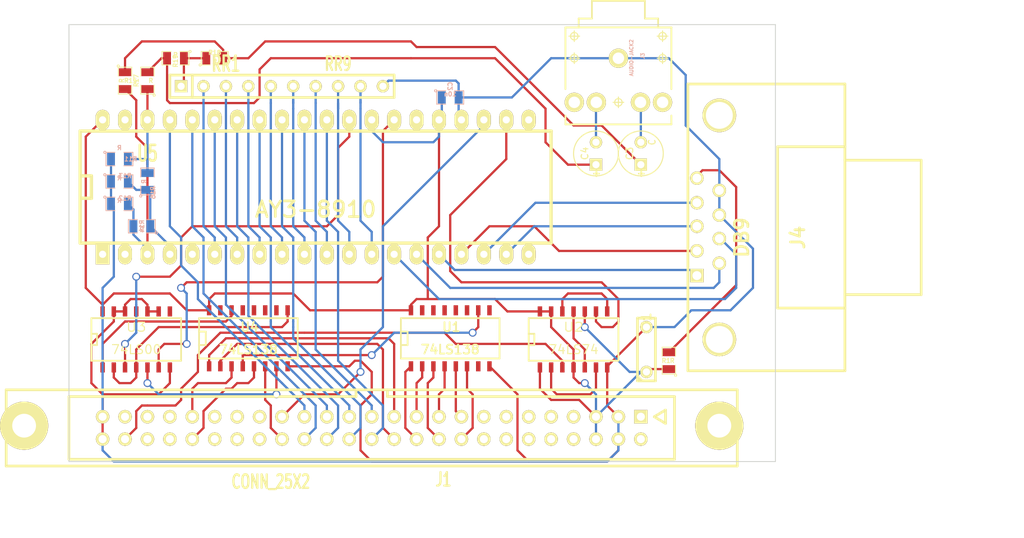
<source format=kicad_pcb>
(kicad_pcb (version 3) (host pcbnew "(2013-07-07 BZR 4022)-stable")

  (general
    (links 100)
    (no_connects 0)
    (area 15.748 13.782039 135.952499 76.995)
    (thickness 1.6)
    (drawings 6)
    (tracks 457)
    (zones 0)
    (modules 23)
    (nets 57)
  )

  (page User 140.03 120.015)
  (title_block 
    (title "DK Tronics PCW AY interface")
    (company PulkoTronics)
    (comment 1 "Based on HabiSoft redesign")
  )

  (layers
    (15 Dessus.Cu signal)
    (0 Dessous.Cu signal)
    (16 Dessous.Adhes user)
    (17 Dessus.Adhes user)
    (18 Dessous.Pate user)
    (19 Dessus.Pate user)
    (20 Dessous.SilkS user)
    (21 Dessus.SilkS user)
    (22 Dessous.Masque user)
    (23 Dessus.Masque user)
    (24 Dessin.User user)
    (25 Cmts.User user)
    (26 Eco1.User user)
    (27 Eco2.User user)
    (28 Contours.Ci user)
  )

  (setup
    (last_trace_width 0.254)
    (trace_clearance 0.254)
    (zone_clearance 0.508)
    (zone_45_only no)
    (trace_min 0.254)
    (segment_width 0.2)
    (edge_width 0.1)
    (via_size 0.889)
    (via_drill 0.635)
    (via_min_size 0.889)
    (via_min_drill 0.508)
    (uvia_size 0.508)
    (uvia_drill 0.127)
    (uvias_allowed no)
    (uvia_min_size 0.508)
    (uvia_min_drill 0.127)
    (pcb_text_width 0.3)
    (pcb_text_size 1.5 1.5)
    (mod_edge_width 0.15)
    (mod_text_size 1 1)
    (mod_text_width 0.15)
    (pad_size 1.5 1.5)
    (pad_drill 0.6)
    (pad_to_mask_clearance 0)
    (aux_axis_origin 0 0)
    (visible_elements FFFFFFBF)
    (pcbplotparams
      (layerselection 3178497)
      (usegerberextensions true)
      (excludeedgelayer true)
      (linewidth 0.150000)
      (plotframeref false)
      (viasonmask false)
      (mode 1)
      (useauxorigin false)
      (hpglpennumber 1)
      (hpglpenspeed 20)
      (hpglpendiameter 15)
      (hpglpenoverlay 2)
      (psnegative false)
      (psa4output false)
      (plotreference true)
      (plotvalue true)
      (plotothertext true)
      (plotinvisibletext false)
      (padsonsilk false)
      (subtractmaskfromsilk false)
      (outputformat 1)
      (mirror false)
      (drillshape 1)
      (scaleselection 1)
      (outputdirectory ""))
  )

  (net 0 "")
  (net 1 //IOREQ)
  (net 2 //M1)
  (net 3 //RD)
  (net 4 //RESET)
  (net 5 /A0)
  (net 6 /A1)
  (net 7 /A2)
  (net 8 /A3)
  (net 9 /A4)
  (net 10 /A5)
  (net 11 /A6)
  (net 12 /A7)
  (net 13 /AUDA)
  (net 14 /AUDB)
  (net 15 /AUDC)
  (net 16 /BC1)
  (net 17 /BDIR)
  (net 18 /CLK1)
  (net 19 /D0)
  (net 20 /D1)
  (net 21 /D2)
  (net 22 /D3)
  (net 23 /D4)
  (net 24 /D5)
  (net 25 /D6)
  (net 26 /D7)
  (net 27 /DAC)
  (net 28 /IOA2)
  (net 29 /IOA3)
  (net 30 /IOA4)
  (net 31 /IOA5)
  (net 32 /IOA6)
  (net 33 /IOA7)
  (net 34 /IOB0)
  (net 35 /IOB1)
  (net 36 /IOB2)
  (net 37 /IOB3)
  (net 38 /IOB4)
  (net 39 /IOB5)
  (net 40 /IOB6)
  (net 41 /IOB7)
  (net 42 /LEFT)
  (net 43 /RIGHT)
  (net 44 /Z80CLK)
  (net 45 GND)
  (net 46 N-0000021)
  (net 47 N-0000022)
  (net 48 N-0000023)
  (net 49 N-0000025)
  (net 50 N-0000026)
  (net 51 N-0000027)
  (net 52 N-0000045)
  (net 53 N-0000046)
  (net 54 N-0000047)
  (net 55 N-0000049)
  (net 56 VCC)

  (net_class Default "Ceci est la Netclass par défaut"
    (clearance 0.254)
    (trace_width 0.254)
    (via_dia 0.889)
    (via_drill 0.635)
    (uvia_dia 0.508)
    (uvia_drill 0.127)
    (add_net "")
    (add_net //IOREQ)
    (add_net //M1)
    (add_net //RD)
    (add_net //RESET)
    (add_net /A0)
    (add_net /A1)
    (add_net /A2)
    (add_net /A3)
    (add_net /A4)
    (add_net /A5)
    (add_net /A6)
    (add_net /A7)
    (add_net /AUDA)
    (add_net /AUDB)
    (add_net /AUDC)
    (add_net /BC1)
    (add_net /BDIR)
    (add_net /CLK1)
    (add_net /D0)
    (add_net /D1)
    (add_net /D2)
    (add_net /D3)
    (add_net /D4)
    (add_net /D5)
    (add_net /D6)
    (add_net /D7)
    (add_net /DAC)
    (add_net /IOA2)
    (add_net /IOA3)
    (add_net /IOA4)
    (add_net /IOA5)
    (add_net /IOA6)
    (add_net /IOA7)
    (add_net /IOB0)
    (add_net /IOB1)
    (add_net /IOB2)
    (add_net /IOB3)
    (add_net /IOB4)
    (add_net /IOB5)
    (add_net /IOB6)
    (add_net /IOB7)
    (add_net /LEFT)
    (add_net /RIGHT)
    (add_net /Z80CLK)
    (add_net GND)
    (add_net N-0000021)
    (add_net N-0000022)
    (add_net N-0000023)
    (add_net N-0000025)
    (add_net N-0000026)
    (add_net N-0000027)
    (add_net N-0000045)
    (add_net N-0000046)
    (add_net N-0000047)
    (add_net N-0000049)
    (add_net VCC)
  )

  (module DB9MC (layer Dessus.Cu) (tedit 200000) (tstamp 53625169)
    (at 96.2025 39.6875 270)
    (descr "Connecteur DB9 male couche")
    (tags "CONN DB9")
    (path /53624AD3)
    (fp_text reference J4 (at 1.27 -10.16 270) (layer Dessus.SilkS)
      (effects (font (size 1.524 1.524) (thickness 0.3048)))
    )
    (fp_text value DB9 (at 1.27 -3.81 270) (layer Dessus.SilkS)
      (effects (font (size 1.524 1.524) (thickness 0.3048)))
    )
    (fp_line (start -16.129 2.286) (end 16.383 2.286) (layer Dessus.SilkS) (width 0.3048))
    (fp_line (start 16.383 2.286) (end 16.383 -15.494) (layer Dessus.SilkS) (width 0.3048))
    (fp_line (start 16.383 -15.494) (end -16.129 -15.494) (layer Dessus.SilkS) (width 0.3048))
    (fp_line (start -16.129 -15.494) (end -16.129 2.286) (layer Dessus.SilkS) (width 0.3048))
    (fp_line (start -9.017 -15.494) (end -9.017 -7.874) (layer Dessus.SilkS) (width 0.3048))
    (fp_line (start -9.017 -7.874) (end 9.271 -7.874) (layer Dessus.SilkS) (width 0.3048))
    (fp_line (start 9.271 -7.874) (end 9.271 -15.494) (layer Dessus.SilkS) (width 0.3048))
    (fp_line (start -7.493 -15.494) (end -7.493 -24.13) (layer Dessus.SilkS) (width 0.3048))
    (fp_line (start -7.493 -24.13) (end 7.747 -24.13) (layer Dessus.SilkS) (width 0.3048))
    (fp_line (start 7.747 -24.13) (end 7.747 -15.494) (layer Dessus.SilkS) (width 0.3048))
    (pad "" thru_hole circle (at 12.827 -1.27 270) (size 3.81 3.81) (drill 3.048)
      (layers *.Cu *.Mask Dessus.SilkS)
    )
    (pad "" thru_hole circle (at -12.573 -1.27 270) (size 3.81 3.81) (drill 3.048)
      (layers *.Cu *.Mask Dessus.SilkS)
    )
    (pad 1 thru_hole rect (at 5.588 1.27 270) (size 1.524 1.524) (drill 1.016)
      (layers *.Cu *.Mask Dessus.SilkS)
      (net 31 /IOA5)
    )
    (pad 2 thru_hole circle (at 2.794 1.27 270) (size 1.524 1.524) (drill 1.016)
      (layers *.Cu *.Mask Dessus.SilkS)
      (net 30 /IOA4)
    )
    (pad 3 thru_hole circle (at 0 1.27 270) (size 1.524 1.524) (drill 1.016)
      (layers *.Cu *.Mask Dessus.SilkS)
      (net 28 /IOA2)
    )
    (pad 4 thru_hole circle (at -2.667 1.27 270) (size 1.524 1.524) (drill 1.016)
      (layers *.Cu *.Mask Dessus.SilkS)
      (net 29 /IOA3)
    )
    (pad 5 thru_hole circle (at -5.461 1.27 270) (size 1.524 1.524) (drill 1.016)
      (layers *.Cu *.Mask Dessus.SilkS)
      (net 55 N-0000049)
    )
    (pad 9 thru_hole circle (at -4.064 -1.27 270) (size 1.524 1.524) (drill 1.016)
      (layers *.Cu *.Mask Dessus.SilkS)
      (net 45 GND)
    )
    (pad 8 thru_hole circle (at -1.27 -1.27 270) (size 1.524 1.524) (drill 1.016)
      (layers *.Cu *.Mask Dessus.SilkS)
      (net 45 GND)
    )
    (pad 7 thru_hole circle (at 1.397 -1.27 270) (size 1.524 1.524) (drill 1.016)
      (layers *.Cu *.Mask Dessus.SilkS)
      (net 33 /IOA7)
    )
    (pad 6 thru_hole circle (at 4.191 -1.27 270) (size 1.524 1.524) (drill 1.016)
      (layers *.Cu *.Mask Dessus.SilkS)
      (net 32 /IOA6)
    )
    (model conn_DBxx/db9_male_pin90deg.wrl
      (at (xyz 0 0 0))
      (scale (xyz 1 1 1))
      (rotate (xyz 0 0 0))
    )
  )

  (module SO16N (layer Dessus.Cu) (tedit 200000) (tstamp 53625EE4)
    (at 44.1325 52.3875)
    (descr "Module CMS SOJ 16 pins large")
    (tags "CMS SOJ")
    (path /53626022)
    (attr smd)
    (fp_text reference U4 (at 0.127 -1.27) (layer Dessus.SilkS)
      (effects (font (size 1.016 1.016) (thickness 0.2032)))
    )
    (fp_text value 74LS138 (at 0 1.27) (layer Dessus.SilkS)
      (effects (font (size 1.016 1.016) (thickness 0.2032)))
    )
    (fp_line (start -5.588 -0.762) (end -4.826 -0.762) (layer Dessus.SilkS) (width 0.2032))
    (fp_line (start -4.826 -0.762) (end -4.826 0.762) (layer Dessus.SilkS) (width 0.2032))
    (fp_line (start -4.826 0.762) (end -5.588 0.762) (layer Dessus.SilkS) (width 0.2032))
    (fp_line (start 5.588 -2.286) (end 5.588 2.286) (layer Dessus.SilkS) (width 0.2032))
    (fp_line (start 5.588 2.286) (end -5.588 2.286) (layer Dessus.SilkS) (width 0.2032))
    (fp_line (start -5.588 2.286) (end -5.588 -2.286) (layer Dessus.SilkS) (width 0.2032))
    (fp_line (start -5.588 -2.286) (end 5.588 -2.286) (layer Dessus.SilkS) (width 0.2032))
    (pad 16 smd rect (at -4.445 -3.175) (size 0.508 1.143)
      (layers Dessus.Cu Dessus.Pate Dessus.Masque)
      (net 56 VCC)
    )
    (pad 14 smd rect (at -1.905 -3.175) (size 0.508 1.143)
      (layers Dessus.Cu Dessus.Pate Dessus.Masque)
      (net 49 N-0000025)
    )
    (pad 13 smd rect (at -0.635 -3.175) (size 0.508 1.143)
      (layers Dessus.Cu Dessus.Pate Dessus.Masque)
    )
    (pad 12 smd rect (at 0.635 -3.175) (size 0.508 1.143)
      (layers Dessus.Cu Dessus.Pate Dessus.Masque)
    )
    (pad 11 smd rect (at 1.905 -3.175) (size 0.508 1.143)
      (layers Dessus.Cu Dessus.Pate Dessus.Masque)
    )
    (pad 10 smd rect (at 3.175 -3.175) (size 0.508 1.143)
      (layers Dessus.Cu Dessus.Pate Dessus.Masque)
    )
    (pad 9 smd rect (at 4.445 -3.175) (size 0.508 1.143)
      (layers Dessus.Cu Dessus.Pate Dessus.Masque)
      (net 50 N-0000026)
    )
    (pad 8 smd rect (at 4.445 3.175) (size 0.508 1.143)
      (layers Dessus.Cu Dessus.Pate Dessus.Masque)
      (net 45 GND)
    )
    (pad 7 smd rect (at 3.175 3.175) (size 0.508 1.143)
      (layers Dessus.Cu Dessus.Pate Dessus.Masque)
      (net 51 N-0000027)
    )
    (pad 6 smd rect (at 1.905 3.175) (size 0.508 1.143)
      (layers Dessus.Cu Dessus.Pate Dessus.Masque)
      (net 2 //M1)
    )
    (pad 5 smd rect (at 0.635 3.175) (size 0.508 1.143)
      (layers Dessus.Cu Dessus.Pate Dessus.Masque)
      (net 1 //IOREQ)
    )
    (pad 4 smd rect (at -0.635 3.175) (size 0.508 1.143)
      (layers Dessus.Cu Dessus.Pate Dessus.Masque)
      (net 54 N-0000047)
    )
    (pad 3 smd rect (at -1.905 3.175) (size 0.508 1.143)
      (layers Dessus.Cu Dessus.Pate Dessus.Masque)
      (net 3 //RD)
    )
    (pad 2 smd rect (at -3.175 3.175) (size 0.508 1.143)
      (layers Dessus.Cu Dessus.Pate Dessus.Masque)
      (net 6 /A1)
    )
    (pad 1 smd rect (at -4.445 3.175) (size 0.508 1.143)
      (layers Dessus.Cu Dessus.Pate Dessus.Masque)
      (net 5 /A0)
    )
    (pad 15 smd rect (at -3.175 -3.175) (size 0.508 1.143)
      (layers Dessus.Cu Dessus.Pate Dessus.Masque)
    )
    (model smd/cms_so16.wrl
      (at (xyz 0 0 0))
      (scale (xyz 0.5 0.4 0.5))
      (rotate (xyz 0 0 0))
    )
  )

  (module SparkFun-AUDIO-JACK (layer Dessus.Cu) (tedit 200000) (tstamp 53624F0E)
    (at 86.0425 20.6375 270)
    (path /53624AB8)
    (attr virtual)
    (fp_text reference J3 (at -0.254 -2.7432 270) (layer Dessous.SilkS)
      (effects (font (size 0.4064 0.4064) (thickness 0.0889)))
    )
    (fp_text value AUDIO-JACK2 (at -0.0508 -1.4732 270) (layer Dessous.SilkS)
      (effects (font (size 0.4064 0.4064) (thickness 0.0889)))
    )
    (fp_line (start 7.49808 -5.99948) (end 7.49808 5.99948) (layer Dessus.SilkS) (width 0.2032))
    (fp_line (start -3.49758 -5.99948) (end -3.49758 -4.49834) (layer Dessus.SilkS) (width 0.2032))
    (fp_line (start -3.49758 4.49834) (end -3.49758 5.99948) (layer Dessus.SilkS) (width 0.2032))
    (fp_line (start -4.49834 -4.49834) (end -4.49834 -2.99974) (layer Dessus.SilkS) (width 0.2032))
    (fp_line (start -4.49834 2.99974) (end -4.49834 4.49834) (layer Dessus.SilkS) (width 0.2032))
    (fp_line (start -4.49834 4.49834) (end -3.49758 4.49834) (layer Dessus.SilkS) (width 0.2032))
    (fp_line (start -4.49834 -4.49834) (end -3.49758 -4.49834) (layer Dessus.SilkS) (width 0.2032))
    (fp_line (start -6.49986 -2.99974) (end -6.49986 2.99974) (layer Dessus.SilkS) (width 0.2032))
    (fp_line (start -6.49986 2.99974) (end -4.49834 2.99974) (layer Dessus.SilkS) (width 0.2032))
    (fp_line (start -6.49986 -2.99974) (end -4.49834 -2.99974) (layer Dessus.SilkS) (width 0.2032))
    (fp_line (start -3.49758 -5.99948) (end 3.49758 -5.99948) (layer Dessus.SilkS) (width 0.2032))
    (fp_line (start 7.49808 -5.99948) (end 6.49986 -5.99948) (layer Dessus.SilkS) (width 0.2032))
    (fp_line (start -3.49758 -5.99948) (end -3.49758 5.99948) (layer Dessus.SilkS) (width 0.2032))
    (fp_line (start -3.49758 5.99948) (end 3.49758 5.99948) (layer Dessus.SilkS) (width 0.2032))
    (fp_line (start 7.49808 5.99948) (end 6.49986 5.99948) (layer Dessus.SilkS) (width 0.2032))
    (fp_circle (center 0 -4.99872) (end -0.29972 -5.29844) (layer Dessus.SilkS) (width 0.127))
    (fp_line (start -0.59944 -4.99872) (end 0.59944 -4.99872) (layer Dessus.SilkS) (width 0.127))
    (fp_line (start 0 -4.39928) (end 0 -5.59816) (layer Dessus.SilkS) (width 0.127))
    (fp_circle (center -2.49936 -4.99872) (end -2.79908 -5.29844) (layer Dessus.SilkS) (width 0.127))
    (fp_line (start -3.0988 -4.99872) (end -1.89992 -4.99872) (layer Dessus.SilkS) (width 0.127))
    (fp_line (start -2.49936 -4.39928) (end -2.49936 -5.59816) (layer Dessus.SilkS) (width 0.127))
    (fp_circle (center -2.49936 4.99872) (end -2.79908 5.29844) (layer Dessus.SilkS) (width 0.127))
    (fp_line (start -3.0988 4.99872) (end -1.89992 4.99872) (layer Dessus.SilkS) (width 0.127))
    (fp_line (start -2.49936 5.59816) (end -2.49936 4.39928) (layer Dessus.SilkS) (width 0.127))
    (fp_circle (center 0 4.99872) (end -0.29972 5.29844) (layer Dessus.SilkS) (width 0.127))
    (fp_line (start -0.59944 4.99872) (end 0.59944 4.99872) (layer Dessus.SilkS) (width 0.127))
    (fp_line (start 0 5.59816) (end 0 4.39928) (layer Dessus.SilkS) (width 0.127))
    (fp_circle (center 4.99872 0) (end 5.29844 0.29972) (layer Dessus.SilkS) (width 0.127))
    (fp_line (start 4.39928 0) (end 5.59816 0) (layer Dessus.SilkS) (width 0.127))
    (fp_line (start 4.99872 0.59944) (end 4.99872 -0.59944) (layer Dessus.SilkS) (width 0.127))
    (pad 1 thru_hole circle (at 0 0 270) (size 2.18186 2.18186) (drill 1.29794)
      (layers *.Cu Dessus.Pate Dessus.SilkS Dessus.Masque)
      (net 45 GND)
    )
    (pad 2 thru_hole circle (at 4.99872 -4.99872 270) (size 2.18186 2.18186) (drill 1.29794)
      (layers *.Cu Dessus.Pate Dessus.SilkS Dessus.Masque)
    )
    (pad 3 thru_hole circle (at 4.99872 -2.49936 270) (size 2.18186 2.18186) (drill 1.29794)
      (layers *.Cu Dessus.Pate Dessus.SilkS Dessus.Masque)
      (net 42 /LEFT)
    )
    (pad 4 thru_hole circle (at 4.99872 2.49936 270) (size 2.18186 2.18186) (drill 1.29794)
      (layers *.Cu Dessus.Pate Dessus.SilkS Dessus.Masque)
      (net 43 /RIGHT)
    )
    (pad 5 thru_hole circle (at 4.99872 4.99872 270) (size 2.18186 2.18186) (drill 1.29794)
      (layers *.Cu Dessus.Pate Dessus.SilkS Dessus.Masque)
    )
  )

  (module SM0805 (layer Dessus.Cu) (tedit 53629A96) (tstamp 53624F28)
    (at 32.7025 23.1775 90)
    (path /53624CA8)
    (attr smd)
    (fp_text reference R17 (at 0 -1.27 90) (layer Dessus.SilkS)
      (effects (font (size 0.50038 0.50038) (thickness 0.10922)))
    )
    (fp_text value R (at 0 0.381 180) (layer Dessus.SilkS)
      (effects (font (size 0.50038 0.50038) (thickness 0.10922)))
    )
    (fp_circle (center -1.651 0.762) (end -1.651 0.635) (layer Dessus.SilkS) (width 0.09906))
    (fp_line (start -0.508 0.762) (end -1.524 0.762) (layer Dessus.SilkS) (width 0.09906))
    (fp_line (start -1.524 0.762) (end -1.524 -0.762) (layer Dessus.SilkS) (width 0.09906))
    (fp_line (start -1.524 -0.762) (end -0.508 -0.762) (layer Dessus.SilkS) (width 0.09906))
    (fp_line (start 0.508 -0.762) (end 1.524 -0.762) (layer Dessus.SilkS) (width 0.09906))
    (fp_line (start 1.524 -0.762) (end 1.524 0.762) (layer Dessus.SilkS) (width 0.09906))
    (fp_line (start 1.524 0.762) (end 0.508 0.762) (layer Dessus.SilkS) (width 0.09906))
    (pad 1 smd rect (at -0.9525 0 90) (size 0.889 1.397)
      (layers Dessus.Cu Dessus.Pate Dessus.Masque)
      (net 15 /AUDC)
    )
    (pad 2 smd rect (at 0.9525 0 90) (size 0.889 1.397)
      (layers Dessus.Cu Dessus.Pate Dessus.Masque)
      (net 53 N-0000046)
    )
    (model smd/chip_cms.wrl
      (at (xyz 0 0 0))
      (scale (xyz 0.1 0.1 0.1))
      (rotate (xyz 0 0 0))
    )
  )

  (module SM0805 (layer Dessous.Cu) (tedit 5362B590) (tstamp 53624F35)
    (at 32.7025 34.6075 90)
    (path /53624CA2)
    (attr smd)
    (fp_text reference R16 (at -1.27 0.635 90) (layer Dessous.SilkS)
      (effects (font (size 0.50038 0.50038) (thickness 0.10922)) (justify mirror))
    )
    (fp_text value R (at 0 -0.381 90) (layer Dessous.SilkS)
      (effects (font (size 0.50038 0.50038) (thickness 0.10922)) (justify mirror))
    )
    (fp_circle (center -1.651 -0.762) (end -1.651 -0.635) (layer Dessous.SilkS) (width 0.09906))
    (fp_line (start -0.508 -0.762) (end -1.524 -0.762) (layer Dessous.SilkS) (width 0.09906))
    (fp_line (start -1.524 -0.762) (end -1.524 0.762) (layer Dessous.SilkS) (width 0.09906))
    (fp_line (start -1.524 0.762) (end -0.508 0.762) (layer Dessous.SilkS) (width 0.09906))
    (fp_line (start 0.508 0.762) (end 1.524 0.762) (layer Dessous.SilkS) (width 0.09906))
    (fp_line (start 1.524 0.762) (end 1.524 -0.762) (layer Dessous.SilkS) (width 0.09906))
    (fp_line (start 1.524 -0.762) (end 0.508 -0.762) (layer Dessous.SilkS) (width 0.09906))
    (pad 1 smd rect (at -0.9525 0 90) (size 0.889 1.397)
      (layers Dessous.Cu Dessous.Pate Dessous.Masque)
      (net 14 /AUDB)
    )
    (pad 2 smd rect (at 0.9525 0 90) (size 0.889 1.397)
      (layers Dessous.Cu Dessous.Pate Dessous.Masque)
      (net 15 /AUDC)
    )
    (model smd/chip_cms.wrl
      (at (xyz 0 0 0))
      (scale (xyz 0.1 0.1 0.1))
      (rotate (xyz 0 0 0))
    )
  )

  (module SM0805 (layer Dessus.Cu) (tedit 5362B657) (tstamp 53624F42)
    (at 30.1625 23.1775 270)
    (path /53624C9C)
    (attr smd)
    (fp_text reference R15 (at 0 -0.635 360) (layer Dessus.SilkS)
      (effects (font (size 0.50038 0.50038) (thickness 0.10922)))
    )
    (fp_text value R (at 0 0.381 270) (layer Dessus.SilkS)
      (effects (font (size 0.50038 0.50038) (thickness 0.10922)))
    )
    (fp_circle (center -1.651 0.762) (end -1.651 0.635) (layer Dessus.SilkS) (width 0.09906))
    (fp_line (start -0.508 0.762) (end -1.524 0.762) (layer Dessus.SilkS) (width 0.09906))
    (fp_line (start -1.524 0.762) (end -1.524 -0.762) (layer Dessus.SilkS) (width 0.09906))
    (fp_line (start -1.524 -0.762) (end -0.508 -0.762) (layer Dessus.SilkS) (width 0.09906))
    (fp_line (start 0.508 -0.762) (end 1.524 -0.762) (layer Dessus.SilkS) (width 0.09906))
    (fp_line (start 1.524 -0.762) (end 1.524 0.762) (layer Dessus.SilkS) (width 0.09906))
    (fp_line (start 1.524 0.762) (end 0.508 0.762) (layer Dessus.SilkS) (width 0.09906))
    (pad 1 smd rect (at -0.9525 0 270) (size 0.889 1.397)
      (layers Dessus.Cu Dessus.Pate Dessus.Masque)
      (net 52 N-0000045)
    )
    (pad 2 smd rect (at 0.9525 0 270) (size 0.889 1.397)
      (layers Dessus.Cu Dessus.Pate Dessus.Masque)
      (net 13 /AUDA)
    )
    (model smd/chip_cms.wrl
      (at (xyz 0 0 0))
      (scale (xyz 0.1 0.1 0.1))
      (rotate (xyz 0 0 0))
    )
  )

  (module SM0805 (layer Dessous.Cu) (tedit 536298B7) (tstamp 53624F4F)
    (at 32.0675 39.6875 180)
    (path /53624C96)
    (attr smd)
    (fp_text reference R14 (at 0 0 270) (layer Dessous.SilkS)
      (effects (font (size 0.50038 0.50038) (thickness 0.10922)) (justify mirror))
    )
    (fp_text value R (at 0 -0.381 180) (layer Dessous.SilkS)
      (effects (font (size 0.50038 0.50038) (thickness 0.10922)) (justify mirror))
    )
    (fp_circle (center -1.651 -0.762) (end -1.651 -0.635) (layer Dessous.SilkS) (width 0.09906))
    (fp_line (start -0.508 -0.762) (end -1.524 -0.762) (layer Dessous.SilkS) (width 0.09906))
    (fp_line (start -1.524 -0.762) (end -1.524 0.762) (layer Dessous.SilkS) (width 0.09906))
    (fp_line (start -1.524 0.762) (end -0.508 0.762) (layer Dessous.SilkS) (width 0.09906))
    (fp_line (start 0.508 0.762) (end 1.524 0.762) (layer Dessous.SilkS) (width 0.09906))
    (fp_line (start 1.524 0.762) (end 1.524 -0.762) (layer Dessous.SilkS) (width 0.09906))
    (fp_line (start 1.524 -0.762) (end 0.508 -0.762) (layer Dessous.SilkS) (width 0.09906))
    (pad 1 smd rect (at -0.9525 0 180) (size 0.889 1.397)
      (layers Dessous.Cu Dessous.Pate Dessous.Masque)
      (net 14 /AUDB)
    )
    (pad 2 smd rect (at 0.9525 0 180) (size 0.889 1.397)
      (layers Dessous.Cu Dessous.Pate Dessous.Masque)
      (net 13 /AUDA)
    )
    (model smd/chip_cms.wrl
      (at (xyz 0 0 0))
      (scale (xyz 0.1 0.1 0.1))
      (rotate (xyz 0 0 0))
    )
  )

  (module SM0805 (layer Dessous.Cu) (tedit 5362B5D8) (tstamp 53624F5C)
    (at 29.5275 34.6075)
    (path /53624C90)
    (attr smd)
    (fp_text reference R13 (at 0.635 -0.635) (layer Dessous.SilkS)
      (effects (font (size 0.50038 0.50038) (thickness 0.10922)) (justify mirror))
    )
    (fp_text value R (at 0 -0.381) (layer Dessous.SilkS)
      (effects (font (size 0.50038 0.50038) (thickness 0.10922)) (justify mirror))
    )
    (fp_circle (center -1.651 -0.762) (end -1.651 -0.635) (layer Dessous.SilkS) (width 0.09906))
    (fp_line (start -0.508 -0.762) (end -1.524 -0.762) (layer Dessous.SilkS) (width 0.09906))
    (fp_line (start -1.524 -0.762) (end -1.524 0.762) (layer Dessous.SilkS) (width 0.09906))
    (fp_line (start -1.524 0.762) (end -0.508 0.762) (layer Dessous.SilkS) (width 0.09906))
    (fp_line (start 0.508 0.762) (end 1.524 0.762) (layer Dessous.SilkS) (width 0.09906))
    (fp_line (start 1.524 0.762) (end 1.524 -0.762) (layer Dessous.SilkS) (width 0.09906))
    (fp_line (start 1.524 -0.762) (end 0.508 -0.762) (layer Dessous.SilkS) (width 0.09906))
    (pad 1 smd rect (at -0.9525 0) (size 0.889 1.397)
      (layers Dessous.Cu Dessous.Pate Dessous.Masque)
      (net 45 GND)
    )
    (pad 2 smd rect (at 0.9525 0) (size 0.889 1.397)
      (layers Dessous.Cu Dessous.Pate Dessous.Masque)
      (net 14 /AUDB)
    )
    (model smd/chip_cms.wrl
      (at (xyz 0 0 0))
      (scale (xyz 0.1 0.1 0.1))
      (rotate (xyz 0 0 0))
    )
  )

  (module SM0805 (layer Dessous.Cu) (tedit 5362B5AD) (tstamp 53624F69)
    (at 29.5275 37.1475)
    (path /53624C8A)
    (attr smd)
    (fp_text reference R12 (at 0.635 -0.635) (layer Dessous.SilkS)
      (effects (font (size 0.50038 0.50038) (thickness 0.10922)) (justify mirror))
    )
    (fp_text value R (at 0 -0.381) (layer Dessous.SilkS)
      (effects (font (size 0.50038 0.50038) (thickness 0.10922)) (justify mirror))
    )
    (fp_circle (center -1.651 -0.762) (end -1.651 -0.635) (layer Dessous.SilkS) (width 0.09906))
    (fp_line (start -0.508 -0.762) (end -1.524 -0.762) (layer Dessous.SilkS) (width 0.09906))
    (fp_line (start -1.524 -0.762) (end -1.524 0.762) (layer Dessous.SilkS) (width 0.09906))
    (fp_line (start -1.524 0.762) (end -0.508 0.762) (layer Dessous.SilkS) (width 0.09906))
    (fp_line (start 0.508 0.762) (end 1.524 0.762) (layer Dessous.SilkS) (width 0.09906))
    (fp_line (start 1.524 0.762) (end 1.524 -0.762) (layer Dessous.SilkS) (width 0.09906))
    (fp_line (start 1.524 -0.762) (end 0.508 -0.762) (layer Dessous.SilkS) (width 0.09906))
    (pad 1 smd rect (at -0.9525 0) (size 0.889 1.397)
      (layers Dessous.Cu Dessous.Pate Dessous.Masque)
      (net 45 GND)
    )
    (pad 2 smd rect (at 0.9525 0) (size 0.889 1.397)
      (layers Dessous.Cu Dessous.Pate Dessous.Masque)
      (net 13 /AUDA)
    )
    (model smd/chip_cms.wrl
      (at (xyz 0 0 0))
      (scale (xyz 0.1 0.1 0.1))
      (rotate (xyz 0 0 0))
    )
  )

  (module SM0805 (layer Dessous.Cu) (tedit 5362B5EC) (tstamp 53624F76)
    (at 29.5275 32.0675)
    (path /53624C84)
    (attr smd)
    (fp_text reference R11 (at 1.27 0) (layer Dessous.SilkS)
      (effects (font (size 0.50038 0.50038) (thickness 0.10922)) (justify mirror))
    )
    (fp_text value R (at 0 -1.27) (layer Dessous.SilkS)
      (effects (font (size 0.50038 0.50038) (thickness 0.10922)) (justify mirror))
    )
    (fp_circle (center -1.651 -0.762) (end -1.651 -0.635) (layer Dessous.SilkS) (width 0.09906))
    (fp_line (start -0.508 -0.762) (end -1.524 -0.762) (layer Dessous.SilkS) (width 0.09906))
    (fp_line (start -1.524 -0.762) (end -1.524 0.762) (layer Dessous.SilkS) (width 0.09906))
    (fp_line (start -1.524 0.762) (end -0.508 0.762) (layer Dessous.SilkS) (width 0.09906))
    (fp_line (start 0.508 0.762) (end 1.524 0.762) (layer Dessous.SilkS) (width 0.09906))
    (fp_line (start 1.524 0.762) (end 1.524 -0.762) (layer Dessous.SilkS) (width 0.09906))
    (fp_line (start 1.524 -0.762) (end 0.508 -0.762) (layer Dessous.SilkS) (width 0.09906))
    (pad 1 smd rect (at -0.9525 0) (size 0.889 1.397)
      (layers Dessous.Cu Dessous.Pate Dessous.Masque)
      (net 45 GND)
    )
    (pad 2 smd rect (at 0.9525 0) (size 0.889 1.397)
      (layers Dessous.Cu Dessous.Pate Dessous.Masque)
      (net 15 /AUDC)
    )
    (model smd/chip_cms.wrl
      (at (xyz 0 0 0))
      (scale (xyz 0.1 0.1 0.1))
      (rotate (xyz 0 0 0))
    )
  )

  (module SM0805 (layer Dessus.Cu) (tedit 5362B53C) (tstamp 53624FEB)
    (at 40.3225 20.6375)
    (path /53629314)
    (attr smd)
    (fp_text reference R18 (at 0 -0.635) (layer Dessus.SilkS)
      (effects (font (size 0.50038 0.50038) (thickness 0.10922)))
    )
    (fp_text value R (at 0 0.381) (layer Dessus.SilkS)
      (effects (font (size 0.50038 0.50038) (thickness 0.10922)))
    )
    (fp_circle (center -1.651 0.762) (end -1.651 0.635) (layer Dessus.SilkS) (width 0.09906))
    (fp_line (start -0.508 0.762) (end -1.524 0.762) (layer Dessus.SilkS) (width 0.09906))
    (fp_line (start -1.524 0.762) (end -1.524 -0.762) (layer Dessus.SilkS) (width 0.09906))
    (fp_line (start -1.524 -0.762) (end -0.508 -0.762) (layer Dessus.SilkS) (width 0.09906))
    (fp_line (start 0.508 -0.762) (end 1.524 -0.762) (layer Dessus.SilkS) (width 0.09906))
    (fp_line (start 1.524 -0.762) (end 1.524 0.762) (layer Dessus.SilkS) (width 0.09906))
    (fp_line (start 1.524 0.762) (end 0.508 0.762) (layer Dessus.SilkS) (width 0.09906))
    (pad 1 smd rect (at -0.9525 0) (size 0.889 1.397)
      (layers Dessus.Cu Dessus.Pate Dessus.Masque)
      (net 27 /DAC)
    )
    (pad 2 smd rect (at 0.9525 0) (size 0.889 1.397)
      (layers Dessus.Cu Dessus.Pate Dessus.Masque)
      (net 52 N-0000045)
    )
    (model smd/chip_cms.wrl
      (at (xyz 0 0 0))
      (scale (xyz 0.1 0.1 0.1))
      (rotate (xyz 0 0 0))
    )
  )

  (module SM0805 (layer Dessus.Cu) (tedit 5362B679) (tstamp 53624FF8)
    (at 35.8775 20.6375 180)
    (path /53629321)
    (attr smd)
    (fp_text reference R19 (at 0 -0.3175 270) (layer Dessus.SilkS)
      (effects (font (size 0.50038 0.50038) (thickness 0.10922)))
    )
    (fp_text value R (at 0 0.381 180) (layer Dessus.SilkS)
      (effects (font (size 0.50038 0.50038) (thickness 0.10922)))
    )
    (fp_circle (center -1.651 0.762) (end -1.651 0.635) (layer Dessus.SilkS) (width 0.09906))
    (fp_line (start -0.508 0.762) (end -1.524 0.762) (layer Dessus.SilkS) (width 0.09906))
    (fp_line (start -1.524 0.762) (end -1.524 -0.762) (layer Dessus.SilkS) (width 0.09906))
    (fp_line (start -1.524 -0.762) (end -0.508 -0.762) (layer Dessus.SilkS) (width 0.09906))
    (fp_line (start 0.508 -0.762) (end 1.524 -0.762) (layer Dessus.SilkS) (width 0.09906))
    (fp_line (start 1.524 -0.762) (end 1.524 0.762) (layer Dessus.SilkS) (width 0.09906))
    (fp_line (start 1.524 0.762) (end 0.508 0.762) (layer Dessus.SilkS) (width 0.09906))
    (pad 1 smd rect (at -0.9525 0 180) (size 0.889 1.397)
      (layers Dessus.Cu Dessus.Pate Dessus.Masque)
      (net 27 /DAC)
    )
    (pad 2 smd rect (at 0.9525 0 180) (size 0.889 1.397)
      (layers Dessus.Cu Dessus.Pate Dessus.Masque)
      (net 53 N-0000046)
    )
    (model smd/chip_cms.wrl
      (at (xyz 0 0 0))
      (scale (xyz 0.1 0.1 0.1))
      (rotate (xyz 0 0 0))
    )
  )

  (module SM0805 (layer Dessus.Cu) (tedit 53626C70) (tstamp 53625053)
    (at 91.7575 54.9275 90)
    (path /53624CDE)
    (attr smd)
    (fp_text reference R1 (at 0 -0.3175 360) (layer Dessus.SilkS)
      (effects (font (size 0.50038 0.50038) (thickness 0.10922)))
    )
    (fp_text value R (at 0 0.381 360) (layer Dessus.SilkS)
      (effects (font (size 0.50038 0.50038) (thickness 0.10922)))
    )
    (fp_circle (center -1.651 0.762) (end -1.651 0.635) (layer Dessus.SilkS) (width 0.09906))
    (fp_line (start -0.508 0.762) (end -1.524 0.762) (layer Dessus.SilkS) (width 0.09906))
    (fp_line (start -1.524 0.762) (end -1.524 -0.762) (layer Dessus.SilkS) (width 0.09906))
    (fp_line (start -1.524 -0.762) (end -0.508 -0.762) (layer Dessus.SilkS) (width 0.09906))
    (fp_line (start 0.508 -0.762) (end 1.524 -0.762) (layer Dessus.SilkS) (width 0.09906))
    (fp_line (start 1.524 -0.762) (end 1.524 0.762) (layer Dessus.SilkS) (width 0.09906))
    (fp_line (start 1.524 0.762) (end 0.508 0.762) (layer Dessus.SilkS) (width 0.09906))
    (pad 1 smd rect (at -0.9525 0 90) (size 0.889 1.397)
      (layers Dessus.Cu Dessus.Pate Dessus.Masque)
      (net 56 VCC)
    )
    (pad 2 smd rect (at 0.9525 0 90) (size 0.889 1.397)
      (layers Dessus.Cu Dessus.Pate Dessus.Masque)
      (net 55 N-0000049)
    )
    (model smd/chip_cms.wrl
      (at (xyz 0 0 0))
      (scale (xyz 0.1 0.1 0.1))
      (rotate (xyz 0 0 0))
    )
  )

  (module SM0805 (layer Dessous.Cu) (tedit 5362A125) (tstamp 53625060)
    (at 66.9925 25.0825)
    (path /536246DD)
    (attr smd)
    (fp_text reference C2 (at 0 -1.27 270) (layer Dessous.SilkS)
      (effects (font (size 0.50038 0.50038) (thickness 0.10922)) (justify mirror))
    )
    (fp_text value 10n (at 0 -0.381) (layer Dessous.SilkS)
      (effects (font (size 0.50038 0.50038) (thickness 0.10922)) (justify mirror))
    )
    (fp_circle (center -1.651 -0.762) (end -1.651 -0.635) (layer Dessous.SilkS) (width 0.09906))
    (fp_line (start -0.508 -0.762) (end -1.524 -0.762) (layer Dessous.SilkS) (width 0.09906))
    (fp_line (start -1.524 -0.762) (end -1.524 0.762) (layer Dessous.SilkS) (width 0.09906))
    (fp_line (start -1.524 0.762) (end -0.508 0.762) (layer Dessous.SilkS) (width 0.09906))
    (fp_line (start 0.508 0.762) (end 1.524 0.762) (layer Dessous.SilkS) (width 0.09906))
    (fp_line (start 1.524 0.762) (end 1.524 -0.762) (layer Dessous.SilkS) (width 0.09906))
    (fp_line (start 1.524 -0.762) (end 0.508 -0.762) (layer Dessous.SilkS) (width 0.09906))
    (pad 1 smd rect (at -0.9525 0) (size 0.889 1.397)
      (layers Dessous.Cu Dessous.Pate Dessous.Masque)
      (net 56 VCC)
    )
    (pad 2 smd rect (at 0.9525 0) (size 0.889 1.397)
      (layers Dessous.Cu Dessous.Pate Dessous.Masque)
      (net 45 GND)
    )
    (model smd/chip_cms.wrl
      (at (xyz 0 0 0))
      (scale (xyz 0.1 0.1 0.1))
      (rotate (xyz 0 0 0))
    )
  )

  (module HE10_50D (layer Dessus.Cu) (tedit 200000) (tstamp 536250B3)
    (at 58.1025 62.5475 180)
    (descr "Connecteur HE10 50 contacts droit")
    (tags "CONN HE10")
    (path /536246A4)
    (fp_text reference J1 (at -8.128 -5.842 180) (layer Dessus.SilkS)
      (effects (font (size 1.524 1.016) (thickness 0.3048)))
    )
    (fp_text value CONN_25X2 (at 11.43 -6.096 180) (layer Dessus.SilkS)
      (effects (font (size 1.524 1.016) (thickness 0.3048)))
    )
    (fp_line (start -32.004 1.27) (end -33.274 0.508) (layer Dessus.SilkS) (width 0.3048))
    (fp_line (start -33.274 0.508) (end -33.274 2.032) (layer Dessus.SilkS) (width 0.3048))
    (fp_line (start -33.274 2.032) (end -32.004 1.27) (layer Dessus.SilkS) (width 0.3048))
    (fp_line (start -41.402 -4.318) (end -41.402 4.318) (layer Dessus.SilkS) (width 0.3048))
    (fp_line (start -41.402 4.318) (end 41.402 4.318) (layer Dessus.SilkS) (width 0.3048))
    (fp_line (start 41.402 4.318) (end 41.402 -4.318) (layer Dessus.SilkS) (width 0.3048))
    (fp_line (start 41.402 -4.318) (end -41.402 -4.318) (layer Dessus.SilkS) (width 0.3048))
    (fp_line (start -1.778 4.318) (end -1.778 3.556) (layer Dessus.SilkS) (width 0.3048))
    (fp_line (start -1.778 3.556) (end -34.29 3.556) (layer Dessus.SilkS) (width 0.3048))
    (fp_line (start -34.29 3.556) (end -34.29 -3.556) (layer Dessus.SilkS) (width 0.3048))
    (fp_line (start -34.29 -3.556) (end 34.29 -3.556) (layer Dessus.SilkS) (width 0.3048))
    (fp_line (start 34.29 -3.556) (end 34.29 3.556) (layer Dessus.SilkS) (width 0.3048))
    (fp_line (start 34.29 3.556) (end 1.778 3.556) (layer Dessus.SilkS) (width 0.3048))
    (fp_line (start 1.778 3.556) (end 1.778 4.318) (layer Dessus.SilkS) (width 0.3048))
    (pad 1 thru_hole rect (at -30.48 1.27 180) (size 1.524 1.524) (drill 0.9144)
      (layers *.Cu *.Mask Dessus.SilkS)
    )
    (pad 2 thru_hole circle (at -30.48 -1.27 180) (size 1.524 1.524) (drill 0.9144)
      (layers *.Cu *.Mask Dessus.SilkS)
    )
    (pad 3 thru_hole circle (at -27.94 1.27 180) (size 1.524 1.524) (drill 0.9144)
      (layers *.Cu *.Mask Dessus.SilkS)
      (net 45 GND)
    )
    (pad 4 thru_hole circle (at -27.94 -1.27 180) (size 1.524 1.524) (drill 0.9144)
      (layers *.Cu *.Mask Dessus.SilkS)
      (net 45 GND)
    )
    (pad 5 thru_hole circle (at -25.4 1.27 180) (size 1.524 1.524) (drill 0.9144)
      (layers *.Cu *.Mask Dessus.SilkS)
      (net 56 VCC)
    )
    (pad 6 thru_hole circle (at -25.4 -1.27 180) (size 1.524 1.524) (drill 0.9144)
      (layers *.Cu *.Mask Dessus.SilkS)
      (net 56 VCC)
    )
    (pad 7 thru_hole circle (at -22.86 1.27 180) (size 1.524 1.524) (drill 0.9144)
      (layers *.Cu *.Mask Dessus.SilkS)
    )
    (pad 8 thru_hole circle (at -22.86 -1.27 180) (size 1.524 1.524) (drill 0.9144)
      (layers *.Cu *.Mask Dessus.SilkS)
    )
    (pad 9 thru_hole circle (at -20.32 1.27 180) (size 1.524 1.524) (drill 0.9144)
      (layers *.Cu *.Mask Dessus.SilkS)
    )
    (pad 10 thru_hole circle (at -20.32 -1.27 180) (size 1.524 1.524) (drill 0.9144)
      (layers *.Cu *.Mask Dessus.SilkS)
    )
    (pad 11 thru_hole circle (at -17.78 1.27 180) (size 1.524 1.524) (drill 0.9144)
      (layers *.Cu *.Mask Dessus.SilkS)
    )
    (pad 12 thru_hole circle (at -17.78 -1.27 180) (size 1.524 1.524) (drill 0.9144)
      (layers *.Cu *.Mask Dessus.SilkS)
    )
    (pad 13 thru_hole circle (at -15.24 1.27 180) (size 1.524 1.524) (drill 0.9144)
      (layers *.Cu *.Mask Dessus.SilkS)
    )
    (pad 14 thru_hole circle (at -15.24 -1.27 180) (size 1.524 1.524) (drill 0.9144)
      (layers *.Cu *.Mask Dessus.SilkS)
    )
    (pad 15 thru_hole circle (at -12.7 1.27 180) (size 1.524 1.524) (drill 0.9144)
      (layers *.Cu *.Mask Dessus.SilkS)
    )
    (pad 16 thru_hole circle (at -12.7 -1.27 180) (size 1.524 1.524) (drill 0.9144)
      (layers *.Cu *.Mask Dessus.SilkS)
    )
    (pad 17 thru_hole circle (at -10.16 1.27 180) (size 1.524 1.524) (drill 0.9144)
      (layers *.Cu *.Mask Dessus.SilkS)
      (net 11 /A6)
    )
    (pad 18 thru_hole circle (at -10.16 -1.27 180) (size 1.524 1.524) (drill 0.9144)
      (layers *.Cu *.Mask Dessus.SilkS)
      (net 12 /A7)
    )
    (pad 19 thru_hole circle (at -7.62 1.27 180) (size 1.524 1.524) (drill 0.9144)
      (layers *.Cu *.Mask Dessus.SilkS)
      (net 9 /A4)
    )
    (pad 20 thru_hole circle (at -7.62 -1.27 180) (size 1.524 1.524) (drill 0.9144)
      (layers *.Cu *.Mask Dessus.SilkS)
      (net 10 /A5)
    )
    (pad "" thru_hole circle (at -39.37 0.254 180) (size 5.461 5.461) (drill 2.6924)
      (layers *.Cu *.Mask Dessus.SilkS)
    )
    (pad 21 thru_hole circle (at -5.08 1.27 180) (size 1.524 1.524) (drill 0.9144)
      (layers *.Cu *.Mask Dessus.SilkS)
      (net 7 /A2)
    )
    (pad 22 thru_hole circle (at -5.08 -1.27 180) (size 1.524 1.524) (drill 0.9144)
      (layers *.Cu *.Mask Dessus.SilkS)
      (net 8 /A3)
    )
    (pad 23 thru_hole circle (at -2.54 1.27 180) (size 1.524 1.524) (drill 0.9144)
      (layers *.Cu *.Mask Dessus.SilkS)
      (net 5 /A0)
    )
    (pad 24 thru_hole circle (at -2.54 -1.27 180) (size 1.524 1.524) (drill 0.9144)
      (layers *.Cu *.Mask Dessus.SilkS)
      (net 6 /A1)
    )
    (pad 25 thru_hole circle (at 0 1.27 180) (size 1.524 1.524) (drill 0.9144)
      (layers *.Cu *.Mask Dessus.SilkS)
      (net 25 /D6)
    )
    (pad 26 thru_hole circle (at 0 -1.27 180) (size 1.524 1.524) (drill 0.9144)
      (layers *.Cu *.Mask Dessus.SilkS)
      (net 26 /D7)
    )
    (pad 27 thru_hole circle (at 2.54 1.27 180) (size 1.524 1.524) (drill 0.9144)
      (layers *.Cu *.Mask Dessus.SilkS)
      (net 23 /D4)
    )
    (pad 28 thru_hole circle (at 2.54 -1.27 180) (size 1.524 1.524) (drill 0.9144)
      (layers *.Cu *.Mask Dessus.SilkS)
      (net 24 /D5)
    )
    (pad 29 thru_hole circle (at 5.08 1.27 180) (size 1.524 1.524) (drill 0.9144)
      (layers *.Cu *.Mask Dessus.SilkS)
      (net 21 /D2)
    )
    (pad 30 thru_hole circle (at 5.08 -1.27 180) (size 1.524 1.524) (drill 0.9144)
      (layers *.Cu *.Mask Dessus.SilkS)
      (net 22 /D3)
    )
    (pad 31 thru_hole circle (at 7.62 1.27 180) (size 1.524 1.524) (drill 0.9144)
      (layers *.Cu *.Mask Dessus.SilkS)
      (net 19 /D0)
    )
    (pad 32 thru_hole circle (at 7.62 -1.27 180) (size 1.524 1.524) (drill 0.9144)
      (layers *.Cu *.Mask Dessus.SilkS)
      (net 20 /D1)
    )
    (pad 33 thru_hole circle (at 10.16 1.27 180) (size 1.524 1.524) (drill 0.9144)
      (layers *.Cu *.Mask Dessus.SilkS)
      (net 4 //RESET)
    )
    (pad 34 thru_hole circle (at 10.16 -1.27 180) (size 1.524 1.524) (drill 0.9144)
      (layers *.Cu *.Mask Dessus.SilkS)
      (net 2 //M1)
    )
    (pad 35 thru_hole circle (at 12.7 1.27 180) (size 1.524 1.524) (drill 0.9144)
      (layers *.Cu *.Mask Dessus.SilkS)
    )
    (pad 36 thru_hole circle (at 12.7 -1.27 180) (size 1.524 1.524) (drill 0.9144)
      (layers *.Cu *.Mask Dessus.SilkS)
    )
    (pad 37 thru_hole circle (at 15.24 1.27 180) (size 1.524 1.524) (drill 0.9144)
      (layers *.Cu *.Mask Dessus.SilkS)
    )
    (pad 38 thru_hole circle (at 15.24 -1.27 180) (size 1.524 1.524) (drill 0.9144)
      (layers *.Cu *.Mask Dessus.SilkS)
    )
    (pad 39 thru_hole circle (at 17.78 1.27 180) (size 1.524 1.524) (drill 0.9144)
      (layers *.Cu *.Mask Dessus.SilkS)
    )
    (pad 40 thru_hole circle (at 17.78 -1.27 180) (size 1.524 1.524) (drill 0.9144)
      (layers *.Cu *.Mask Dessus.SilkS)
    )
    (pad 41 thru_hole circle (at 20.32 1.27 180) (size 1.524 1.524) (drill 0.9144)
      (layers *.Cu *.Mask Dessus.SilkS)
      (net 3 //RD)
    )
    (pad 42 thru_hole circle (at 20.32 -1.27 180) (size 1.524 1.524) (drill 0.9144)
      (layers *.Cu *.Mask Dessus.SilkS)
      (net 1 //IOREQ)
    )
    (pad 43 thru_hole circle (at 22.86 1.27 180) (size 1.524 1.524) (drill 0.9144)
      (layers *.Cu *.Mask Dessus.SilkS)
    )
    (pad 44 thru_hole circle (at 22.86 -1.27 180) (size 1.524 1.524) (drill 0.9144)
      (layers *.Cu *.Mask Dessus.SilkS)
    )
    (pad 45 thru_hole circle (at 25.4 1.27 180) (size 1.524 1.524) (drill 0.9144)
      (layers *.Cu *.Mask Dessus.SilkS)
    )
    (pad 46 thru_hole circle (at 25.4 -1.27 180) (size 1.524 1.524) (drill 0.9144)
      (layers *.Cu *.Mask Dessus.SilkS)
    )
    (pad 47 thru_hole circle (at 27.94 1.27 180) (size 1.524 1.524) (drill 0.9144)
      (layers *.Cu *.Mask Dessus.SilkS)
    )
    (pad 48 thru_hole circle (at 27.94 -1.27 180) (size 1.524 1.524) (drill 0.9144)
      (layers *.Cu *.Mask Dessus.SilkS)
      (net 44 /Z80CLK)
    )
    (pad 49 thru_hole circle (at 30.48 1.27 180) (size 1.524 1.524) (drill 0.9144)
      (layers *.Cu *.Mask Dessus.SilkS)
      (net 45 GND)
    )
    (pad 50 thru_hole circle (at 30.48 -1.27 180) (size 1.524 1.524) (drill 0.9144)
      (layers *.Cu *.Mask Dessus.SilkS)
      (net 45 GND)
    )
    (pad "" thru_hole circle (at 39.37 0.254 180) (size 5.461 5.461) (drill 2.6924)
      (layers *.Cu *.Mask Dessus.SilkS)
    )
  )

  (module DIP-40__600_ELL (layer Dessus.Cu) (tedit 200000) (tstamp 536250E6)
    (at 51.7525 35.2425)
    (descr "Module Dil 40 pins, pads elliptiques, e=600 mils")
    (tags DIL)
    (path /53624CEC)
    (fp_text reference U5 (at -19.05 -3.81) (layer Dessus.SilkS)
      (effects (font (size 1.778 1.143) (thickness 0.3048)))
    )
    (fp_text value AY3-8910 (at 0 2.54) (layer Dessus.SilkS)
      (effects (font (size 1.778 1.778) (thickness 0.3048)))
    )
    (fp_line (start -26.67 -1.27) (end -25.4 -1.27) (layer Dessus.SilkS) (width 0.381))
    (fp_line (start -25.4 -1.27) (end -25.4 1.27) (layer Dessus.SilkS) (width 0.381))
    (fp_line (start -25.4 1.27) (end -26.67 1.27) (layer Dessus.SilkS) (width 0.381))
    (fp_line (start -26.67 -6.35) (end 26.67 -6.35) (layer Dessus.SilkS) (width 0.381))
    (fp_line (start 26.67 -6.35) (end 26.67 6.35) (layer Dessus.SilkS) (width 0.381))
    (fp_line (start 26.67 6.35) (end -26.67 6.35) (layer Dessus.SilkS) (width 0.381))
    (fp_line (start -26.67 6.35) (end -26.67 -6.35) (layer Dessus.SilkS) (width 0.381))
    (pad 1 thru_hole rect (at -24.13 7.62) (size 1.5748 2.286) (drill 0.8128)
      (layers *.Cu *.Mask Dessus.SilkS)
    )
    (pad 2 thru_hole oval (at -21.59 7.62) (size 1.5748 2.286) (drill 0.8128)
      (layers *.Cu *.Mask Dessus.SilkS)
    )
    (pad 3 thru_hole oval (at -19.05 7.62) (size 1.5748 2.286) (drill 0.8128)
      (layers *.Cu *.Mask Dessus.SilkS)
      (net 13 /AUDA)
    )
    (pad 4 thru_hole oval (at -16.51 7.62) (size 1.5748 2.286) (drill 0.8128)
      (layers *.Cu *.Mask Dessus.SilkS)
      (net 14 /AUDB)
    )
    (pad 5 thru_hole oval (at -13.97 7.62) (size 1.5748 2.286) (drill 0.8128)
      (layers *.Cu *.Mask Dessus.SilkS)
    )
    (pad 6 thru_hole oval (at -11.43 7.62) (size 1.5748 2.286) (drill 0.8128)
      (layers *.Cu *.Mask Dessus.SilkS)
      (net 41 /IOB7)
    )
    (pad 7 thru_hole oval (at -8.89 7.62) (size 1.5748 2.286) (drill 0.8128)
      (layers *.Cu *.Mask Dessus.SilkS)
      (net 40 /IOB6)
    )
    (pad 8 thru_hole oval (at -6.35 7.62) (size 1.5748 2.286) (drill 0.8128)
      (layers *.Cu *.Mask Dessus.SilkS)
      (net 39 /IOB5)
    )
    (pad 9 thru_hole oval (at -3.81 7.62) (size 1.5748 2.286) (drill 0.8128)
      (layers *.Cu *.Mask Dessus.SilkS)
      (net 38 /IOB4)
    )
    (pad 10 thru_hole oval (at -1.27 7.62) (size 1.5748 2.286) (drill 0.8128)
      (layers *.Cu *.Mask Dessus.SilkS)
      (net 37 /IOB3)
    )
    (pad 11 thru_hole oval (at 1.27 7.62) (size 1.5748 2.286) (drill 0.8128)
      (layers *.Cu *.Mask Dessus.SilkS)
      (net 36 /IOB2)
    )
    (pad 12 thru_hole oval (at 3.81 7.62) (size 1.5748 2.286) (drill 0.8128)
      (layers *.Cu *.Mask Dessus.SilkS)
      (net 35 /IOB1)
    )
    (pad 13 thru_hole oval (at 6.35 7.62) (size 1.5748 2.286) (drill 0.8128)
      (layers *.Cu *.Mask Dessus.SilkS)
      (net 34 /IOB0)
    )
    (pad 14 thru_hole oval (at 8.89 7.62) (size 1.5748 2.286) (drill 0.8128)
      (layers *.Cu *.Mask Dessus.SilkS)
      (net 33 /IOA7)
    )
    (pad 15 thru_hole oval (at 11.43 7.62) (size 1.5748 2.286) (drill 0.8128)
      (layers *.Cu *.Mask Dessus.SilkS)
      (net 32 /IOA6)
    )
    (pad 16 thru_hole oval (at 13.97 7.62) (size 1.5748 2.286) (drill 0.8128)
      (layers *.Cu *.Mask Dessus.SilkS)
      (net 31 /IOA5)
    )
    (pad 17 thru_hole oval (at 16.51 7.62) (size 1.5748 2.286) (drill 0.8128)
      (layers *.Cu *.Mask Dessus.SilkS)
      (net 30 /IOA4)
    )
    (pad 18 thru_hole oval (at 19.05 7.62) (size 1.5748 2.286) (drill 0.8128)
      (layers *.Cu *.Mask Dessus.SilkS)
      (net 29 /IOA3)
    )
    (pad 19 thru_hole oval (at 21.59 7.62) (size 1.5748 2.286) (drill 0.8128)
      (layers *.Cu *.Mask Dessus.SilkS)
      (net 28 /IOA2)
    )
    (pad 20 thru_hole oval (at 24.13 7.62) (size 1.5748 2.286) (drill 0.8128)
      (layers *.Cu *.Mask Dessus.SilkS)
    )
    (pad 21 thru_hole oval (at 24.13 -7.62) (size 1.5748 2.286) (drill 0.8128)
      (layers *.Cu *.Mask Dessus.SilkS)
    )
    (pad 22 thru_hole oval (at 21.59 -7.62) (size 1.5748 2.286) (drill 0.8128)
      (layers *.Cu *.Mask Dessus.SilkS)
      (net 18 /CLK1)
    )
    (pad 23 thru_hole oval (at 19.05 -7.62) (size 1.5748 2.286) (drill 0.8128)
      (layers *.Cu *.Mask Dessus.SilkS)
      (net 4 //RESET)
    )
    (pad 24 thru_hole oval (at 16.51 -7.62) (size 1.5748 2.286) (drill 0.8128)
      (layers *.Cu *.Mask Dessus.SilkS)
      (net 45 GND)
    )
    (pad 25 thru_hole oval (at 13.97 -7.62) (size 1.5748 2.286) (drill 0.8128)
      (layers *.Cu *.Mask Dessus.SilkS)
      (net 56 VCC)
    )
    (pad 26 thru_hole oval (at 11.43 -7.62) (size 1.5748 2.286) (drill 0.8128)
      (layers *.Cu *.Mask Dessus.SilkS)
    )
    (pad 27 thru_hole oval (at 8.89 -7.62) (size 1.5748 2.286) (drill 0.8128)
      (layers *.Cu *.Mask Dessus.SilkS)
      (net 17 /BDIR)
    )
    (pad 28 thru_hole oval (at 6.35 -7.62) (size 1.5748 2.286) (drill 0.8128)
      (layers *.Cu *.Mask Dessus.SilkS)
      (net 56 VCC)
    )
    (pad 29 thru_hole oval (at 3.81 -7.62) (size 1.5748 2.286) (drill 0.8128)
      (layers *.Cu *.Mask Dessus.SilkS)
      (net 16 /BC1)
    )
    (pad 30 thru_hole oval (at 1.27 -7.62) (size 1.5748 2.286) (drill 0.8128)
      (layers *.Cu *.Mask Dessus.SilkS)
      (net 26 /D7)
    )
    (pad 31 thru_hole oval (at -1.27 -7.62) (size 1.5748 2.286) (drill 0.8128)
      (layers *.Cu *.Mask Dessus.SilkS)
      (net 25 /D6)
    )
    (pad 32 thru_hole oval (at -3.81 -7.62) (size 1.5748 2.286) (drill 0.8128)
      (layers *.Cu *.Mask Dessus.SilkS)
      (net 24 /D5)
    )
    (pad 33 thru_hole oval (at -6.35 -7.62) (size 1.5748 2.286) (drill 0.8128)
      (layers *.Cu *.Mask Dessus.SilkS)
      (net 23 /D4)
    )
    (pad 34 thru_hole oval (at -8.89 -7.62) (size 1.5748 2.286) (drill 0.8128)
      (layers *.Cu *.Mask Dessus.SilkS)
      (net 22 /D3)
    )
    (pad 35 thru_hole oval (at -11.43 -7.62) (size 1.5748 2.286) (drill 0.8128)
      (layers *.Cu *.Mask Dessus.SilkS)
      (net 21 /D2)
    )
    (pad 36 thru_hole oval (at -13.97 -7.62) (size 1.5748 2.286) (drill 0.8128)
      (layers *.Cu *.Mask Dessus.SilkS)
      (net 20 /D1)
    )
    (pad 37 thru_hole oval (at -16.51 -7.62) (size 1.5748 2.286) (drill 0.8128)
      (layers *.Cu *.Mask Dessus.SilkS)
      (net 19 /D0)
    )
    (pad 38 thru_hole oval (at -19.05 -7.62) (size 1.5748 2.286) (drill 0.8128)
      (layers *.Cu *.Mask Dessus.SilkS)
      (net 15 /AUDC)
    )
    (pad 39 thru_hole oval (at -21.59 -7.62) (size 1.5748 2.286) (drill 0.8128)
      (layers *.Cu *.Mask Dessus.SilkS)
    )
    (pad 40 thru_hole oval (at -24.13 -7.62) (size 1.5748 2.286) (drill 0.8128)
      (layers *.Cu *.Mask Dessus.SilkS)
      (net 56 VCC)
    )
    (model dil\dil_40-w600.wrl
      (at (xyz 0 0 0))
      (scale (xyz 1 1 1))
      (rotate (xyz 0 0 0))
    )
  )

  (module C2 (layer Dessus.Cu) (tedit 5362A07E) (tstamp 53625190)
    (at 89.2175 53.6575 90)
    (descr "Condensateur = 2 pas")
    (tags C)
    (path /536246D0)
    (fp_text reference C1 (at 3.175 0 90) (layer Dessus.SilkS)
      (effects (font (size 1.016 1.016) (thickness 0.2032)))
    )
    (fp_text value 10u (at 0 0 90) (layer Dessus.SilkS) hide
      (effects (font (size 1.016 1.016) (thickness 0.2032)))
    )
    (fp_line (start -3.556 -1.016) (end 3.556 -1.016) (layer Dessus.SilkS) (width 0.3048))
    (fp_line (start 3.556 -1.016) (end 3.556 1.016) (layer Dessus.SilkS) (width 0.3048))
    (fp_line (start 3.556 1.016) (end -3.556 1.016) (layer Dessus.SilkS) (width 0.3048))
    (fp_line (start -3.556 1.016) (end -3.556 -1.016) (layer Dessus.SilkS) (width 0.3048))
    (fp_line (start -3.556 -0.508) (end -3.048 -1.016) (layer Dessus.SilkS) (width 0.3048))
    (pad 1 thru_hole circle (at -2.54 0 90) (size 1.397 1.397) (drill 0.8128)
      (layers *.Cu *.Mask Dessus.SilkS)
      (net 56 VCC)
    )
    (pad 2 thru_hole circle (at 2.54 0 90) (size 1.397 1.397) (drill 0.8128)
      (layers *.Cu *.Mask Dessus.SilkS)
      (net 45 GND)
    )
    (model discret/capa_2pas_5x5mm.wrl
      (at (xyz 0 0 0))
      (scale (xyz 1 1 1))
      (rotate (xyz 0 0 0))
    )
  )

  (module C1V5 (layer Dessus.Cu) (tedit 536258DC) (tstamp 5362517E)
    (at 83.5025 31.4325 90)
    (descr "Condensateur e = 1 pas")
    (tags C)
    (path /53629423)
    (fp_text reference C4 (at 0 -1.26746 90) (layer Dessus.SilkS)
      (effects (font (size 0.762 0.762) (thickness 0.127)))
    )
    (fp_text value C (at 1.27 0 90) (layer Dessus.SilkS)
      (effects (font (size 0.762 0.635) (thickness 0.127)))
    )
    (fp_text user + (at -2.286 0 90) (layer Dessus.SilkS)
      (effects (font (size 0.762 0.762) (thickness 0.2032)))
    )
    (fp_circle (center 0 0) (end 0.127 -2.54) (layer Dessus.SilkS) (width 0.127))
    (pad 1 thru_hole rect (at -1.27 0 90) (size 1.397 1.397) (drill 0.8128)
      (layers *.Cu *.Mask Dessus.SilkS)
      (net 53 N-0000046)
    )
    (pad 2 thru_hole circle (at 1.27 0 90) (size 1.397 1.397) (drill 0.8128)
      (layers *.Cu *.Mask Dessus.SilkS)
      (net 43 /RIGHT)
    )
    (model discret/c_vert_c1v5.wrl
      (at (xyz 0 0 0))
      (scale (xyz 1 1 1))
      (rotate (xyz 0 0 0))
    )
  )

  (module C1V5 (layer Dessus.Cu) (tedit 5362503D) (tstamp 53625185)
    (at 88.5825 31.4325 90)
    (descr "Condensateur e = 1 pas")
    (tags C)
    (path /53629416)
    (fp_text reference C3 (at 0 -1.26746 90) (layer Dessus.SilkS)
      (effects (font (size 0.762 0.762) (thickness 0.127)))
    )
    (fp_text value C (at 1.27 1.27 90) (layer Dessus.SilkS)
      (effects (font (size 0.762 0.635) (thickness 0.127)))
    )
    (fp_text user + (at -2.286 0 90) (layer Dessus.SilkS)
      (effects (font (size 0.762 0.762) (thickness 0.2032)))
    )
    (fp_circle (center 0 0) (end 0.127 -2.54) (layer Dessus.SilkS) (width 0.127))
    (pad 1 thru_hole rect (at -1.27 0 90) (size 1.397 1.397) (drill 0.8128)
      (layers *.Cu *.Mask Dessus.SilkS)
      (net 52 N-0000045)
    )
    (pad 2 thru_hole circle (at 1.27 0 90) (size 1.397 1.397) (drill 0.8128)
      (layers *.Cu *.Mask Dessus.SilkS)
      (net 42 /LEFT)
    )
    (model discret/c_vert_c1v5.wrl
      (at (xyz 0 0 0))
      (scale (xyz 1 1 1))
      (rotate (xyz 0 0 0))
    )
  )

  (module SO16N (layer Dessus.Cu) (tedit 200000) (tstamp 53625E2C)
    (at 66.9925 52.3875)
    (descr "Module CMS SOJ 16 pins large")
    (tags "CMS SOJ")
    (path /53625F89)
    (attr smd)
    (fp_text reference U1 (at 0.127 -1.27) (layer Dessus.SilkS)
      (effects (font (size 1.016 1.016) (thickness 0.2032)))
    )
    (fp_text value 74LS138 (at 0 1.27) (layer Dessus.SilkS)
      (effects (font (size 1.016 1.016) (thickness 0.2032)))
    )
    (fp_line (start -5.588 -0.762) (end -4.826 -0.762) (layer Dessus.SilkS) (width 0.2032))
    (fp_line (start -4.826 -0.762) (end -4.826 0.762) (layer Dessus.SilkS) (width 0.2032))
    (fp_line (start -4.826 0.762) (end -5.588 0.762) (layer Dessus.SilkS) (width 0.2032))
    (fp_line (start 5.588 -2.286) (end 5.588 2.286) (layer Dessus.SilkS) (width 0.2032))
    (fp_line (start 5.588 2.286) (end -5.588 2.286) (layer Dessus.SilkS) (width 0.2032))
    (fp_line (start -5.588 2.286) (end -5.588 -2.286) (layer Dessus.SilkS) (width 0.2032))
    (fp_line (start -5.588 -2.286) (end 5.588 -2.286) (layer Dessus.SilkS) (width 0.2032))
    (pad 16 smd rect (at -4.445 -3.175) (size 0.508 1.143)
      (layers Dessus.Cu Dessus.Pate Dessus.Masque)
      (net 56 VCC)
    )
    (pad 14 smd rect (at -1.905 -3.175) (size 0.508 1.143)
      (layers Dessus.Cu Dessus.Pate Dessus.Masque)
    )
    (pad 13 smd rect (at -0.635 -3.175) (size 0.508 1.143)
      (layers Dessus.Cu Dessus.Pate Dessus.Masque)
    )
    (pad 12 smd rect (at 0.635 -3.175) (size 0.508 1.143)
      (layers Dessus.Cu Dessus.Pate Dessus.Masque)
    )
    (pad 11 smd rect (at 1.905 -3.175) (size 0.508 1.143)
      (layers Dessus.Cu Dessus.Pate Dessus.Masque)
    )
    (pad 10 smd rect (at 3.175 -3.175) (size 0.508 1.143)
      (layers Dessus.Cu Dessus.Pate Dessus.Masque)
      (net 54 N-0000047)
    )
    (pad 9 smd rect (at 4.445 -3.175) (size 0.508 1.143)
      (layers Dessus.Cu Dessus.Pate Dessus.Masque)
    )
    (pad 8 smd rect (at 4.445 3.175) (size 0.508 1.143)
      (layers Dessus.Cu Dessus.Pate Dessus.Masque)
      (net 45 GND)
    )
    (pad 7 smd rect (at 3.175 3.175) (size 0.508 1.143)
      (layers Dessus.Cu Dessus.Pate Dessus.Masque)
    )
    (pad 6 smd rect (at 1.905 3.175) (size 0.508 1.143)
      (layers Dessus.Cu Dessus.Pate Dessus.Masque)
      (net 12 /A7)
    )
    (pad 5 smd rect (at 0.635 3.175) (size 0.508 1.143)
      (layers Dessus.Cu Dessus.Pate Dessus.Masque)
      (net 11 /A6)
    )
    (pad 4 smd rect (at -0.635 3.175) (size 0.508 1.143)
      (layers Dessus.Cu Dessus.Pate Dessus.Masque)
      (net 9 /A4)
    )
    (pad 3 smd rect (at -1.905 3.175) (size 0.508 1.143)
      (layers Dessus.Cu Dessus.Pate Dessus.Masque)
      (net 10 /A5)
    )
    (pad 2 smd rect (at -3.175 3.175) (size 0.508 1.143)
      (layers Dessus.Cu Dessus.Pate Dessus.Masque)
      (net 7 /A2)
    )
    (pad 1 smd rect (at -4.445 3.175) (size 0.508 1.143)
      (layers Dessus.Cu Dessus.Pate Dessus.Masque)
      (net 8 /A3)
    )
    (pad 15 smd rect (at -3.175 -3.175) (size 0.508 1.143)
      (layers Dessus.Cu Dessus.Pate Dessus.Masque)
    )
    (model smd/cms_so16.wrl
      (at (xyz 0 0 0))
      (scale (xyz 0.5 0.4 0.5))
      (rotate (xyz 0 0 0))
    )
  )

  (module SO14N (layer Dessus.Cu) (tedit 5362A08A) (tstamp 53625E96)
    (at 80.9625 52.3875)
    (descr "Module CMS SOJ 14 pins Large")
    (tags "CMS SOJ")
    (path /53625FC5)
    (attr smd)
    (fp_text reference U2 (at 0 -1.27) (layer Dessus.SilkS)
      (effects (font (size 1.016 1.143) (thickness 0.127)))
    )
    (fp_text value 74LS74 (at 0 1.27) (layer Dessus.SilkS)
      (effects (font (size 1.016 1.016) (thickness 0.127)))
    )
    (fp_line (start 5.08 -2.286) (end 5.08 2.54) (layer Dessus.SilkS) (width 0.2032))
    (fp_line (start 5.08 2.54) (end -5.08 2.54) (layer Dessus.SilkS) (width 0.2032))
    (fp_line (start -5.08 2.54) (end -5.08 -2.286) (layer Dessus.SilkS) (width 0.2032))
    (fp_line (start -5.08 -2.286) (end 5.08 -2.286) (layer Dessus.SilkS) (width 0.2032))
    (fp_line (start -5.08 -0.508) (end -4.445 -0.508) (layer Dessus.SilkS) (width 0.2032))
    (fp_line (start -4.445 -0.508) (end -4.445 0.762) (layer Dessus.SilkS) (width 0.2032))
    (fp_line (start -4.445 0.762) (end -5.08 0.762) (layer Dessus.SilkS) (width 0.2032))
    (pad 1 smd rect (at -3.81 3.302) (size 0.508 1.143)
      (layers Dessus.Cu Dessus.Pate Dessus.Masque)
      (net 56 VCC)
    )
    (pad 2 smd rect (at -2.54 3.302) (size 0.508 1.143)
      (layers Dessus.Cu Dessus.Pate Dessus.Masque)
      (net 47 N-0000022)
    )
    (pad 3 smd rect (at -1.27 3.302) (size 0.508 1.143)
      (layers Dessus.Cu Dessus.Pate Dessus.Masque)
      (net 44 /Z80CLK)
    )
    (pad 4 smd rect (at 0 3.302) (size 0.508 1.143)
      (layers Dessus.Cu Dessus.Pate Dessus.Masque)
      (net 56 VCC)
    )
    (pad 5 smd rect (at 1.27 3.302) (size 0.508 1.143)
      (layers Dessus.Cu Dessus.Pate Dessus.Masque)
      (net 48 N-0000023)
    )
    (pad 6 smd rect (at 2.54 3.302) (size 0.508 1.143)
      (layers Dessus.Cu Dessus.Pate Dessus.Masque)
      (net 47 N-0000022)
    )
    (pad 7 smd rect (at 3.81 3.302) (size 0.508 1.143)
      (layers Dessus.Cu Dessus.Pate Dessus.Masque)
      (net 45 GND)
    )
    (pad 8 smd rect (at 3.81 -3.048) (size 0.508 1.143)
      (layers Dessus.Cu Dessus.Pate Dessus.Masque)
      (net 46 N-0000021)
    )
    (pad 9 smd rect (at 2.54 -3.048) (size 0.508 1.143)
      (layers Dessus.Cu Dessus.Pate Dessus.Masque)
      (net 18 /CLK1)
    )
    (pad 11 smd rect (at 0 -3.048) (size 0.508 1.143)
      (layers Dessus.Cu Dessus.Pate Dessus.Masque)
      (net 48 N-0000023)
    )
    (pad 12 smd rect (at -1.27 -3.048) (size 0.508 1.143)
      (layers Dessus.Cu Dessus.Pate Dessus.Masque)
      (net 46 N-0000021)
    )
    (pad 13 smd rect (at -2.54 -3.048) (size 0.508 1.143)
      (layers Dessus.Cu Dessus.Pate Dessus.Masque)
      (net 56 VCC)
    )
    (pad 14 smd rect (at -3.81 -3.048) (size 0.508 1.143)
      (layers Dessus.Cu Dessus.Pate Dessus.Masque)
      (net 56 VCC)
    )
    (pad 10 smd rect (at 1.27 -3.048) (size 0.508 1.143)
      (layers Dessus.Cu Dessus.Pate Dessus.Masque)
      (net 56 VCC)
    )
    (model smd/cms_so14.wrl
      (at (xyz 0 0 0))
      (scale (xyz 0.5 0.4 0.5))
      (rotate (xyz 0 0 0))
    )
  )

  (module SO14N (layer Dessus.Cu) (tedit 42806FE5) (tstamp 53625EFD)
    (at 31.4325 52.3875)
    (descr "Module CMS SOJ 14 pins Large")
    (tags "CMS SOJ")
    (path /53626001)
    (attr smd)
    (fp_text reference U3 (at 0 -1.27) (layer Dessus.SilkS)
      (effects (font (size 1.016 1.143) (thickness 0.127)))
    )
    (fp_text value 74LS00 (at 0 1.27) (layer Dessus.SilkS)
      (effects (font (size 1.016 1.016) (thickness 0.127)))
    )
    (fp_line (start 5.08 -2.286) (end 5.08 2.54) (layer Dessus.SilkS) (width 0.2032))
    (fp_line (start 5.08 2.54) (end -5.08 2.54) (layer Dessus.SilkS) (width 0.2032))
    (fp_line (start -5.08 2.54) (end -5.08 -2.286) (layer Dessus.SilkS) (width 0.2032))
    (fp_line (start -5.08 -2.286) (end 5.08 -2.286) (layer Dessus.SilkS) (width 0.2032))
    (fp_line (start -5.08 -0.508) (end -4.445 -0.508) (layer Dessus.SilkS) (width 0.2032))
    (fp_line (start -4.445 -0.508) (end -4.445 0.762) (layer Dessus.SilkS) (width 0.2032))
    (fp_line (start -4.445 0.762) (end -5.08 0.762) (layer Dessus.SilkS) (width 0.2032))
    (pad 1 smd rect (at -3.81 3.302) (size 0.508 1.143)
      (layers Dessus.Cu Dessus.Pate Dessus.Masque)
      (net 49 N-0000025)
    )
    (pad 2 smd rect (at -2.54 3.302) (size 0.508 1.143)
      (layers Dessus.Cu Dessus.Pate Dessus.Masque)
      (net 50 N-0000026)
    )
    (pad 3 smd rect (at -1.27 3.302) (size 0.508 1.143)
      (layers Dessus.Cu Dessus.Pate Dessus.Masque)
      (net 16 /BC1)
    )
    (pad 4 smd rect (at 0 3.302) (size 0.508 1.143)
      (layers Dessus.Cu Dessus.Pate Dessus.Masque)
      (net 50 N-0000026)
    )
    (pad 5 smd rect (at 1.27 3.302) (size 0.508 1.143)
      (layers Dessus.Cu Dessus.Pate Dessus.Masque)
      (net 51 N-0000027)
    )
    (pad 6 smd rect (at 2.54 3.302) (size 0.508 1.143)
      (layers Dessus.Cu Dessus.Pate Dessus.Masque)
      (net 17 /BDIR)
    )
    (pad 7 smd rect (at 3.81 3.302) (size 0.508 1.143)
      (layers Dessus.Cu Dessus.Pate Dessus.Masque)
      (net 45 GND)
    )
    (pad 8 smd rect (at 3.81 -3.048) (size 0.508 1.143)
      (layers Dessus.Cu Dessus.Pate Dessus.Masque)
    )
    (pad 9 smd rect (at 2.54 -3.048) (size 0.508 1.143)
      (layers Dessus.Cu Dessus.Pate Dessus.Masque)
      (net 45 GND)
    )
    (pad 11 smd rect (at 0 -3.048) (size 0.508 1.143)
      (layers Dessus.Cu Dessus.Pate Dessus.Masque)
    )
    (pad 12 smd rect (at -1.27 -3.048) (size 0.508 1.143)
      (layers Dessus.Cu Dessus.Pate Dessus.Masque)
      (net 45 GND)
    )
    (pad 13 smd rect (at -2.54 -3.048) (size 0.508 1.143)
      (layers Dessus.Cu Dessus.Pate Dessus.Masque)
      (net 45 GND)
    )
    (pad 14 smd rect (at -3.81 -3.048) (size 0.508 1.143)
      (layers Dessus.Cu Dessus.Pate Dessus.Masque)
      (net 56 VCC)
    )
    (pad 10 smd rect (at 1.27 -3.048) (size 0.508 1.143)
      (layers Dessus.Cu Dessus.Pate Dessus.Masque)
      (net 45 GND)
    )
    (model smd/cms_so14.wrl
      (at (xyz 0 0 0))
      (scale (xyz 0.5 0.4 0.5))
      (rotate (xyz 0 0 0))
    )
  )

  (module SIL-10 (layer Dessus.Cu) (tedit 200000) (tstamp 5362B483)
    (at 47.9425 23.8125)
    (descr "Connecteur 10 pins")
    (tags "CONN DEV")
    (path /5362B3C6)
    (fp_text reference RR1 (at -6.35 -2.54) (layer Dessus.SilkS)
      (effects (font (size 1.72974 1.08712) (thickness 0.3048)))
    )
    (fp_text value RR9 (at 6.35 -2.54) (layer Dessus.SilkS)
      (effects (font (size 1.524 1.016) (thickness 0.3048)))
    )
    (fp_line (start -12.7 1.27) (end -12.7 -1.27) (layer Dessus.SilkS) (width 0.3048))
    (fp_line (start -12.7 -1.27) (end 12.7 -1.27) (layer Dessus.SilkS) (width 0.3048))
    (fp_line (start 12.7 -1.27) (end 12.7 1.27) (layer Dessus.SilkS) (width 0.3048))
    (fp_line (start 12.7 1.27) (end -12.7 1.27) (layer Dessus.SilkS) (width 0.3048))
    (fp_line (start -10.16 1.27) (end -10.16 -1.27) (layer Dessus.SilkS) (width 0.3048))
    (pad 1 thru_hole rect (at -11.43 0) (size 1.397 1.397) (drill 0.8128)
      (layers *.Cu *.Mask Dessus.SilkS)
      (net 27 /DAC)
    )
    (pad 2 thru_hole circle (at -8.89 0) (size 1.397 1.397) (drill 0.8128)
      (layers *.Cu *.Mask Dessus.SilkS)
      (net 41 /IOB7)
    )
    (pad 3 thru_hole circle (at -6.35 0) (size 1.397 1.397) (drill 0.8128)
      (layers *.Cu *.Mask Dessus.SilkS)
      (net 40 /IOB6)
    )
    (pad 4 thru_hole circle (at -3.81 0) (size 1.397 1.397) (drill 0.8128)
      (layers *.Cu *.Mask Dessus.SilkS)
      (net 39 /IOB5)
    )
    (pad 5 thru_hole circle (at -1.27 0) (size 1.397 1.397) (drill 0.8128)
      (layers *.Cu *.Mask Dessus.SilkS)
      (net 38 /IOB4)
    )
    (pad 6 thru_hole circle (at 1.27 0) (size 1.397 1.397) (drill 0.8128)
      (layers *.Cu *.Mask Dessus.SilkS)
      (net 37 /IOB3)
    )
    (pad 7 thru_hole circle (at 3.81 0) (size 1.397 1.397) (drill 0.8128)
      (layers *.Cu *.Mask Dessus.SilkS)
      (net 36 /IOB2)
    )
    (pad 8 thru_hole circle (at 6.35 0) (size 1.397 1.397) (drill 0.8128)
      (layers *.Cu *.Mask Dessus.SilkS)
      (net 35 /IOB1)
    )
    (pad 9 thru_hole circle (at 8.89 0) (size 1.397 1.397) (drill 0.8128)
      (layers *.Cu *.Mask Dessus.SilkS)
      (net 34 /IOB0)
    )
    (pad 10 thru_hole circle (at 11.43 0) (size 1.397 1.397) (drill 0.8128)
      (layers *.Cu *.Mask Dessus.SilkS)
      (net 45 GND)
    )
  )

  (dimension 80.01 (width 0.3) (layer Cmts.User)
    (gr_text "80,010 mm" (at 63.5 75.644999) (layer Cmts.User)
      (effects (font (size 1.5 1.5) (thickness 0.3)))
    )
    (feature1 (pts (xy 103.505 66.675) (xy 103.505 76.994999)))
    (feature2 (pts (xy 23.495 66.675) (xy 23.495 76.994999)))
    (crossbar (pts (xy 23.495 74.294999) (xy 103.505 74.294999)))
    (arrow1a (pts (xy 103.505 74.294999) (xy 102.378497 74.881419)))
    (arrow1b (pts (xy 103.505 74.294999) (xy 102.378497 73.708579)))
    (arrow2a (pts (xy 23.495 74.294999) (xy 24.621503 74.881419)))
    (arrow2b (pts (xy 23.495 74.294999) (xy 24.621503 73.708579)))
  )
  (gr_line (start 103.8225 66.3575) (end 23.8125 66.3575) (angle 90) (layer Contours.Ci) (width 0.1))
  (gr_line (start 103.8225 16.8275) (end 23.8125 16.8275) (angle 90) (layer Contours.Ci) (width 0.1))
  (gr_line (start 103.8225 66.3575) (end 103.8225 16.8275) (angle 90) (layer Contours.Ci) (width 0.1))
  (gr_line (start 23.8125 66.3575) (end 23.8125 16.8275) (angle 90) (layer Contours.Ci) (width 0.1))
  (dimension 49.53 (width 0.3) (layer Cmts.User)
    (gr_text "49,530 mm" (at 129.302499 41.5925 90) (layer Cmts.User)
      (effects (font (size 1.5 1.5) (thickness 0.3)))
    )
    (feature1 (pts (xy 123.5075 16.8275) (xy 130.652499 16.8275)))
    (feature2 (pts (xy 123.5075 66.3575) (xy 130.652499 66.3575)))
    (crossbar (pts (xy 127.952499 66.3575) (xy 127.952499 16.8275)))
    (arrow1a (pts (xy 127.952499 16.8275) (xy 128.538919 17.954003)))
    (arrow1b (pts (xy 127.952499 16.8275) (xy 127.366079 17.954003)))
    (arrow2a (pts (xy 127.952499 66.3575) (xy 128.538919 65.230997)))
    (arrow2b (pts (xy 127.952499 66.3575) (xy 127.366079 65.230997)))
  )

  (segment (start 44.1325 57.4675) (end 42.8625 57.4675) (width 0.254) (layer Dessus.Cu) (net 1))
  (segment (start 41.5925 58.1025) (end 39.0525 60.6425) (width 0.254) (layer Dessus.Cu) (net 1) (tstamp 5362AA8D))
  (segment (start 42.2275 58.1025) (end 41.5925 58.1025) (width 0.254) (layer Dessus.Cu) (net 1) (tstamp 5362AA8C))
  (segment (start 42.8625 57.4675) (end 42.2275 58.1025) (width 0.254) (layer Dessus.Cu) (net 1) (tstamp 5362AA8B))
  (segment (start 39.0525 60.6425) (end 39.6875 60.0075) (width 0.254) (layer Dessus.Cu) (net 1))
  (segment (start 44.7675 56.8325) (end 44.7675 56.8325) (width 0.254) (layer Dessus.Cu) (net 1) (tstamp 5362AA42))
  (segment (start 44.1325 57.4675) (end 44.7675 56.8325) (width 0.254) (layer Dessus.Cu) (net 1) (tstamp 5362AA89))
  (segment (start 44.7675 55.5625) (end 44.7675 56.8325) (width 0.254) (layer Dessus.Cu) (net 1))
  (segment (start 39.0525 62.5475) (end 37.7825 63.8175) (width 0.254) (layer Dessus.Cu) (net 1) (tstamp 5362A47F))
  (segment (start 39.0525 60.6425) (end 39.0525 62.5475) (width 0.254) (layer Dessus.Cu) (net 1) (tstamp 5362A47D))
  (segment (start 47.9425 63.8175) (end 46.6725 62.5475) (width 0.254) (layer Dessus.Cu) (net 2))
  (segment (start 46.0375 59.3725) (end 46.0375 55.5625) (width 0.254) (layer Dessus.Cu) (net 2) (tstamp 5362A485))
  (segment (start 46.6725 60.0075) (end 46.0375 59.3725) (width 0.254) (layer Dessus.Cu) (net 2) (tstamp 5362A484))
  (segment (start 46.6725 62.5475) (end 46.6725 60.0075) (width 0.254) (layer Dessus.Cu) (net 2) (tstamp 5362A483))
  (segment (start 37.7825 61.2775) (end 37.7825 58.1025) (width 0.254) (layer Dessus.Cu) (net 3))
  (segment (start 38.4175 57.4675) (end 41.5925 57.4675) (width 0.254) (layer Dessus.Cu) (net 3) (tstamp 5362A9B8))
  (segment (start 37.7825 58.1025) (end 38.4175 57.4675) (width 0.254) (layer Dessus.Cu) (net 3) (tstamp 5362A9B6))
  (segment (start 42.2275 56.8325) (end 42.2275 55.5625) (width 0.254) (layer Dessus.Cu) (net 3) (tstamp 5362A473))
  (segment (start 41.5925 57.4675) (end 42.2275 56.8325) (width 0.254) (layer Dessus.Cu) (net 3) (tstamp 5362A9BF))
  (segment (start 70.8025 27.6225) (end 70.8025 28.2575) (width 0.254) (layer Dessous.Cu) (net 4))
  (segment (start 50.4825 58.7375) (end 47.9425 61.2775) (width 0.254) (layer Dessus.Cu) (net 4) (tstamp 5362AC74))
  (segment (start 54.2925 58.7375) (end 50.4825 58.7375) (width 0.254) (layer Dessus.Cu) (net 4) (tstamp 5362AC72))
  (segment (start 56.8325 56.1975) (end 54.2925 58.7375) (width 0.254) (layer Dessus.Cu) (net 4) (tstamp 5362AC71))
  (via (at 56.8325 56.1975) (size 0.889) (layers Dessus.Cu Dessous.Cu) (net 4))
  (segment (start 56.8325 53.6575) (end 56.8325 56.1975) (width 0.254) (layer Dessous.Cu) (net 4) (tstamp 5362AC6A))
  (segment (start 59.3725 51.1175) (end 56.8325 53.6575) (width 0.254) (layer Dessous.Cu) (net 4) (tstamp 5362AC68))
  (segment (start 59.3725 39.6875) (end 59.3725 51.1175) (width 0.254) (layer Dessous.Cu) (net 4) (tstamp 5362AC65))
  (segment (start 70.8025 28.2575) (end 59.3725 39.6875) (width 0.254) (layer Dessous.Cu) (net 4) (tstamp 5362AC63))
  (segment (start 60.6425 61.2775) (end 60.6425 53.0225) (width 0.254) (layer Dessus.Cu) (net 5))
  (segment (start 39.6875 54.2925) (end 39.6875 55.5625) (width 0.254) (layer Dessus.Cu) (net 5) (tstamp 5362A469))
  (segment (start 41.5925 52.3875) (end 39.6875 54.2925) (width 0.254) (layer Dessus.Cu) (net 5) (tstamp 5362A467))
  (segment (start 60.0075 52.3875) (end 41.5925 52.3875) (width 0.254) (layer Dessus.Cu) (net 5) (tstamp 5362A465))
  (segment (start 60.6425 53.0225) (end 60.0075 52.3875) (width 0.254) (layer Dessus.Cu) (net 5) (tstamp 5362A463))
  (segment (start 40.9575 55.5625) (end 40.9575 54.9275) (width 0.254) (layer Dessus.Cu) (net 6))
  (segment (start 59.3725 62.5475) (end 60.6425 63.8175) (width 0.254) (layer Dessus.Cu) (net 6) (tstamp 5362A45F))
  (segment (start 59.3725 53.6575) (end 59.3725 62.5475) (width 0.254) (layer Dessus.Cu) (net 6) (tstamp 5362A45D))
  (segment (start 58.7375 53.0225) (end 59.3725 53.6575) (width 0.254) (layer Dessus.Cu) (net 6) (tstamp 5362A45A))
  (segment (start 42.8625 53.0225) (end 58.7375 53.0225) (width 0.254) (layer Dessus.Cu) (net 6) (tstamp 5362A456))
  (segment (start 40.9575 54.9275) (end 42.8625 53.0225) (width 0.254) (layer Dessus.Cu) (net 6) (tstamp 5362A455))
  (segment (start 63.8175 55.5625) (end 63.8175 56.8325) (width 0.254) (layer Dessus.Cu) (net 7))
  (segment (start 63.1825 57.4675) (end 63.1825 61.2775) (width 0.254) (layer Dessus.Cu) (net 7) (tstamp 53629F84))
  (segment (start 63.8175 56.8325) (end 63.1825 57.4675) (width 0.254) (layer Dessus.Cu) (net 7) (tstamp 53629F83))
  (segment (start 63.1825 63.8175) (end 61.9125 62.5475) (width 0.254) (layer Dessus.Cu) (net 8))
  (segment (start 61.9125 56.1975) (end 62.5475 55.5625) (width 0.254) (layer Dessus.Cu) (net 8) (tstamp 53629ED2))
  (segment (start 61.9125 62.5475) (end 61.9125 56.1975) (width 0.254) (layer Dessus.Cu) (net 8) (tstamp 53629ED1))
  (segment (start 66.3575 55.5625) (end 66.3575 58.1025) (width 0.254) (layer Dessus.Cu) (net 9))
  (segment (start 65.7225 58.7375) (end 65.7225 61.2775) (width 0.254) (layer Dessus.Cu) (net 9) (tstamp 53629ED8))
  (segment (start 66.3575 58.1025) (end 65.7225 58.7375) (width 0.254) (layer Dessus.Cu) (net 9) (tstamp 53629ED7))
  (segment (start 65.0875 55.5625) (end 65.0875 56.8325) (width 0.254) (layer Dessus.Cu) (net 10))
  (segment (start 64.4525 62.5475) (end 65.7225 63.8175) (width 0.254) (layer Dessus.Cu) (net 10) (tstamp 53629F89))
  (segment (start 64.4525 57.4675) (end 64.4525 62.5475) (width 0.254) (layer Dessus.Cu) (net 10) (tstamp 53629F88))
  (segment (start 65.0875 56.8325) (end 64.4525 57.4675) (width 0.254) (layer Dessus.Cu) (net 10) (tstamp 53629F87))
  (segment (start 67.6275 55.5625) (end 67.6275 60.6425) (width 0.254) (layer Dessus.Cu) (net 11))
  (segment (start 67.6275 60.6425) (end 68.2625 61.2775) (width 0.254) (layer Dessus.Cu) (net 11) (tstamp 53629EDB))
  (segment (start 68.8975 55.5625) (end 68.8975 58.1025) (width 0.254) (layer Dessus.Cu) (net 12))
  (segment (start 69.5325 62.5475) (end 68.2625 63.8175) (width 0.254) (layer Dessus.Cu) (net 12) (tstamp 53629EE0))
  (segment (start 69.5325 58.7375) (end 69.5325 62.5475) (width 0.254) (layer Dessus.Cu) (net 12) (tstamp 53629EDF))
  (segment (start 68.8975 58.1025) (end 69.5325 58.7375) (width 0.254) (layer Dessus.Cu) (net 12) (tstamp 53629EDE))
  (segment (start 32.7025 42.8625) (end 32.7025 30.7975) (width 0.254) (layer Dessus.Cu) (net 13))
  (segment (start 31.4325 25.4) (end 30.1625 24.13) (width 0.254) (layer Dessus.Cu) (net 13) (tstamp 5362B6C8))
  (segment (start 31.4325 29.5275) (end 31.4325 25.4) (width 0.254) (layer Dessus.Cu) (net 13) (tstamp 5362B6C6))
  (segment (start 32.7025 30.7975) (end 31.4325 29.5275) (width 0.254) (layer Dessus.Cu) (net 13) (tstamp 5362B6C4))
  (segment (start 31.115 39.6875) (end 31.115 37.7825) (width 0.254) (layer Dessous.Cu) (net 13))
  (segment (start 31.115 37.7825) (end 30.48 37.1475) (width 0.254) (layer Dessous.Cu) (net 13) (tstamp 5362B63C))
  (segment (start 32.7025 42.8625) (end 32.7025 42.2275) (width 0.254) (layer Dessous.Cu) (net 13))
  (segment (start 31.115 40.64) (end 31.115 39.6875) (width 0.254) (layer Dessous.Cu) (net 13) (tstamp 5362B60B))
  (segment (start 32.7025 42.2275) (end 31.115 40.64) (width 0.254) (layer Dessous.Cu) (net 13) (tstamp 5362B60A))
  (segment (start 32.7025 35.56) (end 31.4325 35.56) (width 0.254) (layer Dessous.Cu) (net 14))
  (segment (start 31.4325 35.56) (end 30.48 34.6075) (width 0.254) (layer Dessous.Cu) (net 14) (tstamp 5362B67E))
  (segment (start 33.02 39.6875) (end 33.02 35.8775) (width 0.254) (layer Dessous.Cu) (net 14))
  (segment (start 33.02 35.8775) (end 32.7025 35.56) (width 0.254) (layer Dessous.Cu) (net 14) (tstamp 5362B636))
  (segment (start 33.02 35.8775) (end 33.3375 35.56) (width 0.254) (layer Dessous.Cu) (net 14) (tstamp 5362B607))
  (segment (start 35.2425 42.8625) (end 35.2425 41.91) (width 0.254) (layer Dessous.Cu) (net 14))
  (segment (start 35.2425 41.91) (end 33.02 39.6875) (width 0.254) (layer Dessous.Cu) (net 14) (tstamp 5362B604))
  (segment (start 32.7025 27.6225) (end 32.7025 24.13) (width 0.254) (layer Dessus.Cu) (net 15))
  (segment (start 30.48 32.0675) (end 32.7025 32.0675) (width 0.254) (layer Dessous.Cu) (net 15))
  (segment (start 32.7025 32.0675) (end 32.7025 32.7025) (width 0.254) (layer Dessous.Cu) (net 15) (tstamp 5362B681))
  (segment (start 32.7025 27.6225) (end 32.7025 32.7025) (width 0.254) (layer Dessous.Cu) (net 15))
  (segment (start 32.7025 32.7025) (end 32.7025 33.655) (width 0.254) (layer Dessous.Cu) (net 15) (tstamp 5362B684))
  (segment (start 35.2425 45.4025) (end 36.5125 44.1325) (width 0.254) (layer Dessus.Cu) (net 16))
  (segment (start 53.0225 39.6875) (end 54.2925 38.4175) (width 0.254) (layer Dessus.Cu) (net 16) (tstamp 5362B082))
  (segment (start 37.7825 39.6875) (end 53.0225 39.6875) (width 0.254) (layer Dessus.Cu) (net 16) (tstamp 5362B080))
  (segment (start 36.5125 40.9575) (end 37.7825 39.6875) (width 0.254) (layer Dessus.Cu) (net 16) (tstamp 5362B07F))
  (segment (start 36.5125 44.1325) (end 36.5125 40.9575) (width 0.254) (layer Dessus.Cu) (net 16) (tstamp 5362B07E))
  (segment (start 30.1625 55.6895) (end 30.1625 53.0225) (width 0.254) (layer Dessus.Cu) (net 16))
  (segment (start 55.5625 29.5275) (end 55.5625 27.6225) (width 0.254) (layer Dessus.Cu) (net 16) (tstamp 5362B034))
  (segment (start 54.2925 30.7975) (end 55.5625 29.5275) (width 0.254) (layer Dessus.Cu) (net 16) (tstamp 5362B032))
  (segment (start 54.2925 38.4175) (end 54.2925 30.7975) (width 0.254) (layer Dessus.Cu) (net 16) (tstamp 5362B086))
  (segment (start 31.4325 45.4025) (end 35.2425 45.4025) (width 0.254) (layer Dessus.Cu) (net 16) (tstamp 5362B02F))
  (via (at 31.4325 45.4025) (size 0.889) (layers Dessus.Cu Dessous.Cu) (net 16))
  (segment (start 31.4325 48.5775) (end 31.4325 45.4025) (width 0.254) (layer Dessous.Cu) (net 16) (tstamp 5362B02B))
  (segment (start 31.4325 51.7525) (end 31.4325 48.5775) (width 0.254) (layer Dessous.Cu) (net 16) (tstamp 5362B029))
  (segment (start 30.1625 53.0225) (end 31.4325 51.7525) (width 0.254) (layer Dessous.Cu) (net 16) (tstamp 5362B028))
  (via (at 30.1625 53.0225) (size 0.889) (layers Dessus.Cu Dessous.Cu) (net 16))
  (segment (start 33.9725 55.6895) (end 33.9725 53.6575) (width 0.254) (layer Dessus.Cu) (net 17))
  (segment (start 34.6075 53.0225) (end 37.1475 53.0225) (width 0.254) (layer Dessus.Cu) (net 17) (tstamp 5362B164))
  (segment (start 33.9725 53.6575) (end 34.6075 53.0225) (width 0.254) (layer Dessus.Cu) (net 17) (tstamp 5362B163))
  (segment (start 37.1475 53.0225) (end 37.1475 47.3075) (width 0.254) (layer Dessous.Cu) (net 17))
  (via (at 37.1475 53.0225) (size 0.889) (layers Dessus.Cu Dessous.Cu) (net 17))
  (segment (start 59.3725 28.8925) (end 60.6425 27.6225) (width 0.254) (layer Dessus.Cu) (net 17) (tstamp 5362B0B3))
  (segment (start 59.3725 45.4025) (end 59.3725 28.8925) (width 0.254) (layer Dessus.Cu) (net 17) (tstamp 5362B0B2))
  (segment (start 58.7375 46.0375) (end 59.3725 45.4025) (width 0.254) (layer Dessus.Cu) (net 17) (tstamp 5362B0AF))
  (segment (start 37.1475 46.0375) (end 58.7375 46.0375) (width 0.254) (layer Dessus.Cu) (net 17) (tstamp 5362B0AE))
  (segment (start 36.5125 46.6725) (end 37.1475 46.0375) (width 0.254) (layer Dessus.Cu) (net 17) (tstamp 5362B0AD))
  (via (at 36.5125 46.6725) (size 0.889) (layers Dessus.Cu Dessous.Cu) (net 17))
  (segment (start 37.1475 47.3075) (end 36.5125 46.6725) (width 0.254) (layer Dessous.Cu) (net 17) (tstamp 5362B0AA))
  (segment (start 83.5025 49.3395) (end 83.5025 50.4825) (width 0.254) (layer Dessus.Cu) (net 18))
  (segment (start 73.3425 32.0675) (end 73.3425 27.6225) (width 0.254) (layer Dessus.Cu) (net 18) (tstamp 5362AE9B))
  (segment (start 66.9925 38.4175) (end 73.3425 32.0675) (width 0.254) (layer Dessus.Cu) (net 18) (tstamp 5362AE99))
  (segment (start 66.9925 44.7675) (end 66.9925 38.4175) (width 0.254) (layer Dessus.Cu) (net 18) (tstamp 5362AE97))
  (segment (start 68.2625 46.0375) (end 66.9925 44.7675) (width 0.254) (layer Dessus.Cu) (net 18) (tstamp 5362AE95))
  (segment (start 84.1375 46.0375) (end 68.2625 46.0375) (width 0.254) (layer Dessus.Cu) (net 18) (tstamp 5362AE93))
  (segment (start 86.0425 47.9425) (end 84.1375 46.0375) (width 0.254) (layer Dessus.Cu) (net 18) (tstamp 5362AE91))
  (segment (start 86.0425 50.4825) (end 86.0425 47.9425) (width 0.254) (layer Dessus.Cu) (net 18) (tstamp 5362AE90))
  (segment (start 85.4075 51.1175) (end 86.0425 50.4825) (width 0.254) (layer Dessus.Cu) (net 18) (tstamp 5362AE8F))
  (segment (start 84.1375 51.1175) (end 85.4075 51.1175) (width 0.254) (layer Dessus.Cu) (net 18) (tstamp 5362AE8E))
  (segment (start 83.5025 50.4825) (end 84.1375 51.1175) (width 0.254) (layer Dessus.Cu) (net 18) (tstamp 5362AE8D))
  (segment (start 36.5125 44.1325) (end 38.4175 46.0375) (width 0.254) (layer Dessous.Cu) (net 19))
  (segment (start 38.4175 46.0375) (end 38.4175 47.9425) (width 0.254) (layer Dessous.Cu) (net 19) (tstamp 5362B098))
  (segment (start 47.9425 57.4675) (end 38.4175 47.9425) (width 0.254) (layer Dessous.Cu) (net 19))
  (segment (start 47.9425 57.4675) (end 50.4825 60.0075) (width 0.254) (layer Dessous.Cu) (net 19) (tstamp 5362AAD7))
  (segment (start 50.4825 61.2775) (end 50.4825 60.0075) (width 0.254) (layer Dessous.Cu) (net 19))
  (segment (start 35.2425 27.6225) (end 35.2425 39.6875) (width 0.254) (layer Dessous.Cu) (net 19))
  (segment (start 35.2425 39.6875) (end 36.5125 40.9575) (width 0.254) (layer Dessous.Cu) (net 19) (tstamp 5362AACD))
  (segment (start 36.5125 40.9575) (end 36.5125 44.1325) (width 0.254) (layer Dessous.Cu) (net 19) (tstamp 5362AAD0))
  (segment (start 48.5775 56.8325) (end 39.0525 47.3075) (width 0.254) (layer Dessous.Cu) (net 20))
  (segment (start 37.7825 27.6225) (end 37.7825 39.6875) (width 0.254) (layer Dessous.Cu) (net 20))
  (segment (start 37.7825 39.6875) (end 39.0525 40.9575) (width 0.254) (layer Dessous.Cu) (net 20) (tstamp 5362AADD))
  (segment (start 39.0525 40.9575) (end 39.0525 47.3075) (width 0.254) (layer Dessous.Cu) (net 20) (tstamp 5362AADF))
  (segment (start 48.5775 56.8325) (end 51.7525 60.0075) (width 0.254) (layer Dessous.Cu) (net 20) (tstamp 5362AAE9))
  (segment (start 50.4825 63.8175) (end 51.7525 62.5475) (width 0.254) (layer Dessous.Cu) (net 20))
  (segment (start 51.7525 62.5475) (end 51.7525 60.0075) (width 0.254) (layer Dessous.Cu) (net 20) (tstamp 5362A703))
  (segment (start 49.2125 56.1975) (end 41.5925 48.5775) (width 0.254) (layer Dessous.Cu) (net 21))
  (segment (start 40.3225 27.6225) (end 40.3225 39.6875) (width 0.254) (layer Dessous.Cu) (net 21))
  (segment (start 40.3225 39.6875) (end 41.5925 40.9575) (width 0.254) (layer Dessous.Cu) (net 21) (tstamp 5362AAF1))
  (segment (start 41.5925 40.9575) (end 41.5925 48.5775) (width 0.254) (layer Dessous.Cu) (net 21) (tstamp 5362AAF3))
  (segment (start 49.2125 56.1975) (end 53.0225 60.0075) (width 0.254) (layer Dessous.Cu) (net 21) (tstamp 5362AAF9))
  (segment (start 53.0225 61.2775) (end 53.0225 60.0075) (width 0.254) (layer Dessous.Cu) (net 21))
  (segment (start 54.2925 62.5475) (end 54.2925 60.0075) (width 0.254) (layer Dessous.Cu) (net 22))
  (segment (start 53.0225 63.8175) (end 54.2925 62.5475) (width 0.254) (layer Dessous.Cu) (net 22))
  (segment (start 44.1325 40.9575) (end 44.1325 49.2125) (width 0.254) (layer Dessous.Cu) (net 22) (tstamp 5362AB01))
  (segment (start 42.8625 39.6875) (end 44.1325 40.9575) (width 0.254) (layer Dessous.Cu) (net 22) (tstamp 5362AAFF))
  (segment (start 42.8625 39.6875) (end 42.8625 27.6225) (width 0.254) (layer Dessous.Cu) (net 22))
  (segment (start 44.1325 49.8475) (end 44.1325 49.2125) (width 0.254) (layer Dessous.Cu) (net 22) (tstamp 5362AC30))
  (segment (start 54.2925 60.0075) (end 44.1325 49.8475) (width 0.254) (layer Dessous.Cu) (net 22) (tstamp 5362AC2B))
  (segment (start 55.5625 60.0075) (end 46.6725 51.1175) (width 0.254) (layer Dessous.Cu) (net 23))
  (segment (start 46.6725 51.1175) (end 46.6725 50.4825) (width 0.254) (layer Dessous.Cu) (net 23) (tstamp 5362AC35))
  (segment (start 46.6725 50.4825) (end 46.6725 40.9575) (width 0.254) (layer Dessous.Cu) (net 23))
  (segment (start 45.4025 39.6875) (end 45.4025 27.6225) (width 0.254) (layer Dessous.Cu) (net 23))
  (segment (start 45.4025 39.6875) (end 46.6725 40.9575) (width 0.254) (layer Dessous.Cu) (net 23) (tstamp 5362AB24))
  (segment (start 55.5625 61.2775) (end 55.5625 60.0075) (width 0.254) (layer Dessous.Cu) (net 23))
  (segment (start 56.8325 60.0075) (end 49.2125 52.3875) (width 0.254) (layer Dessous.Cu) (net 24))
  (segment (start 49.2125 52.3875) (end 49.2125 51.1175) (width 0.254) (layer Dessous.Cu) (net 24) (tstamp 5362AC3B))
  (segment (start 49.2125 51.1175) (end 49.2125 50.4825) (width 0.254) (layer Dessous.Cu) (net 24) (tstamp 5362ABD1))
  (segment (start 47.9425 27.6225) (end 47.9425 39.6875) (width 0.254) (layer Dessous.Cu) (net 24))
  (segment (start 47.9425 39.6875) (end 49.2125 40.9575) (width 0.254) (layer Dessous.Cu) (net 24) (tstamp 5362AB35))
  (segment (start 49.2125 40.9575) (end 49.2125 50.4825) (width 0.254) (layer Dessous.Cu) (net 24) (tstamp 5362AB39))
  (segment (start 55.5625 63.8175) (end 56.8325 62.5475) (width 0.254) (layer Dessous.Cu) (net 24))
  (segment (start 56.8325 62.5475) (end 56.8325 60.0075) (width 0.254) (layer Dessous.Cu) (net 24) (tstamp 5362A725))
  (segment (start 51.7525 52.3875) (end 51.7525 53.6575) (width 0.254) (layer Dessous.Cu) (net 25))
  (segment (start 51.7525 53.6575) (end 58.1025 60.0075) (width 0.254) (layer Dessous.Cu) (net 25) (tstamp 5362AC3F))
  (segment (start 50.4825 27.6225) (end 50.4825 39.0525) (width 0.254) (layer Dessous.Cu) (net 25))
  (segment (start 51.7525 40.3225) (end 51.7525 52.3875) (width 0.254) (layer Dessous.Cu) (net 25) (tstamp 5362AB4A))
  (segment (start 50.4825 39.0525) (end 51.7525 40.3225) (width 0.254) (layer Dessous.Cu) (net 25) (tstamp 5362AB47))
  (segment (start 58.1025 61.2775) (end 58.1025 60.0075) (width 0.254) (layer Dessous.Cu) (net 25))
  (segment (start 54.2925 53.0225) (end 54.2925 54.9275) (width 0.254) (layer Dessous.Cu) (net 26))
  (segment (start 54.2925 54.9275) (end 59.3725 60.0075) (width 0.254) (layer Dessous.Cu) (net 26) (tstamp 5362AC49))
  (segment (start 53.0225 27.6225) (end 53.0225 39.0525) (width 0.254) (layer Dessous.Cu) (net 26))
  (segment (start 54.2925 40.3225) (end 54.2925 53.0225) (width 0.254) (layer Dessous.Cu) (net 26) (tstamp 5362AB55))
  (segment (start 53.0225 39.0525) (end 54.2925 40.3225) (width 0.254) (layer Dessous.Cu) (net 26) (tstamp 5362AB53))
  (segment (start 58.1025 63.8175) (end 59.3725 62.5475) (width 0.254) (layer Dessous.Cu) (net 26))
  (segment (start 59.3725 62.5475) (end 59.3725 60.0075) (width 0.254) (layer Dessous.Cu) (net 26) (tstamp 5362A736))
  (segment (start 39.37 20.6375) (end 36.83 20.6375) (width 0.254) (layer Dessus.Cu) (net 27))
  (segment (start 36.83 20.6375) (end 36.83 23.495) (width 0.254) (layer Dessus.Cu) (net 27))
  (segment (start 36.83 23.495) (end 36.5125 23.8125) (width 0.254) (layer Dessus.Cu) (net 27) (tstamp 5362B74F))
  (segment (start 94.9325 39.6875) (end 76.5175 39.6875) (width 0.254) (layer Dessous.Cu) (net 28))
  (segment (start 76.5175 39.6875) (end 73.3425 42.8625) (width 0.254) (layer Dessous.Cu) (net 28) (tstamp 5362AE59))
  (segment (start 94.9325 37.0205) (end 76.6445 37.0205) (width 0.254) (layer Dessous.Cu) (net 29))
  (segment (start 76.6445 37.0205) (end 70.8025 42.8625) (width 0.254) (layer Dessous.Cu) (net 29) (tstamp 5362AE53))
  (segment (start 94.9325 42.4815) (end 79.3115 42.4815) (width 0.254) (layer Dessus.Cu) (net 30))
  (segment (start 71.4375 39.6875) (end 68.2625 42.8625) (width 0.254) (layer Dessus.Cu) (net 30) (tstamp 5362AE66))
  (segment (start 76.5175 39.6875) (end 71.4375 39.6875) (width 0.254) (layer Dessus.Cu) (net 30) (tstamp 5362AE64))
  (segment (start 79.3115 42.4815) (end 76.5175 39.6875) (width 0.254) (layer Dessus.Cu) (net 30) (tstamp 5362AE62))
  (segment (start 95.5675 44.6405) (end 67.5005 44.6405) (width 0.254) (layer Dessous.Cu) (net 31))
  (segment (start 67.5005 44.6405) (end 65.7225 42.8625) (width 0.254) (layer Dessous.Cu) (net 31) (tstamp 5362AE13))
  (segment (start 97.4725 43.8785) (end 97.4725 46.0375) (width 0.254) (layer Dessous.Cu) (net 32))
  (segment (start 66.9925 46.6725) (end 63.1825 42.8625) (width 0.254) (layer Dessous.Cu) (net 32) (tstamp 5362AE22))
  (segment (start 96.8375 46.6725) (end 66.9925 46.6725) (width 0.254) (layer Dessous.Cu) (net 32) (tstamp 5362AE21))
  (segment (start 97.4725 46.0375) (end 96.8375 46.6725) (width 0.254) (layer Dessous.Cu) (net 32) (tstamp 5362AE1E))
  (segment (start 97.4725 41.0845) (end 97.5995 41.0845) (width 0.254) (layer Dessous.Cu) (net 33))
  (segment (start 65.7225 47.9425) (end 60.6425 42.8625) (width 0.254) (layer Dessous.Cu) (net 33) (tstamp 5362AE4F))
  (segment (start 98.1075 47.9425) (end 65.7225 47.9425) (width 0.254) (layer Dessous.Cu) (net 33) (tstamp 5362AE4D))
  (segment (start 99.3775 46.6725) (end 98.1075 47.9425) (width 0.254) (layer Dessous.Cu) (net 33) (tstamp 5362AE4B))
  (segment (start 99.3775 42.8625) (end 99.3775 46.6725) (width 0.254) (layer Dessous.Cu) (net 33) (tstamp 5362AE48))
  (segment (start 97.5995 41.0845) (end 99.3775 42.8625) (width 0.254) (layer Dessous.Cu) (net 33) (tstamp 5362AE47))
  (segment (start 56.8325 25.7175) (end 56.8325 23.8125) (width 0.254) (layer Dessous.Cu) (net 34))
  (segment (start 56.8325 25.4) (end 56.8325 25.7175) (width 0.254) (layer Dessous.Cu) (net 34))
  (segment (start 56.8325 25.7175) (end 56.8325 26.3525) (width 0.254) (layer Dessous.Cu) (net 34) (tstamp 5362B4BC))
  (segment (start 58.1025 40.3225) (end 56.8325 39.0525) (width 0.254) (layer Dessous.Cu) (net 34) (tstamp 5362AF71))
  (segment (start 56.8325 39.0525) (end 56.8325 26.3525) (width 0.254) (layer Dessous.Cu) (net 34) (tstamp 5362AF73))
  (segment (start 58.1025 40.3225) (end 58.1025 42.8625) (width 0.254) (layer Dessous.Cu) (net 34))
  (segment (start 54.2925 26.3525) (end 54.2925 23.8125) (width 0.254) (layer Dessous.Cu) (net 35))
  (segment (start 55.5625 42.8625) (end 55.5625 40.3225) (width 0.254) (layer Dessous.Cu) (net 35))
  (segment (start 54.2925 39.0525) (end 54.2925 26.3525) (width 0.254) (layer Dessous.Cu) (net 35) (tstamp 5362AF6D))
  (segment (start 54.2925 26.3525) (end 54.2925 25.7175) (width 0.254) (layer Dessous.Cu) (net 35) (tstamp 5362B4B8))
  (segment (start 55.5625 40.3225) (end 54.2925 39.0525) (width 0.254) (layer Dessous.Cu) (net 35) (tstamp 5362AF6B))
  (segment (start 51.7525 23.8125) (end 51.7525 25.7175) (width 0.254) (layer Dessous.Cu) (net 36))
  (segment (start 53.0225 40.3225) (end 51.7525 39.0525) (width 0.254) (layer Dessous.Cu) (net 36) (tstamp 5362AF5A))
  (segment (start 51.7525 39.0525) (end 51.7525 25.7175) (width 0.254) (layer Dessous.Cu) (net 36) (tstamp 5362AF5C))
  (segment (start 53.0225 40.3225) (end 53.0225 42.8625) (width 0.254) (layer Dessous.Cu) (net 36))
  (segment (start 49.2125 25.7175) (end 49.2125 23.8125) (width 0.254) (layer Dessous.Cu) (net 37))
  (segment (start 49.2125 25.4) (end 49.2125 25.7175) (width 0.254) (layer Dessous.Cu) (net 37))
  (segment (start 49.2125 25.7175) (end 49.2125 26.3525) (width 0.254) (layer Dessous.Cu) (net 37) (tstamp 5362B4B2))
  (segment (start 50.4825 40.9575) (end 49.2125 39.6875) (width 0.254) (layer Dessous.Cu) (net 37) (tstamp 5362AF54))
  (segment (start 49.2125 39.6875) (end 49.2125 26.3525) (width 0.254) (layer Dessous.Cu) (net 37) (tstamp 5362AF56))
  (segment (start 50.4825 40.9575) (end 50.4825 42.8625) (width 0.254) (layer Dessous.Cu) (net 37))
  (segment (start 46.6725 23.8125) (end 46.6725 25.7175) (width 0.254) (layer Dessous.Cu) (net 38))
  (segment (start 47.9425 40.9575) (end 46.6725 39.6875) (width 0.254) (layer Dessous.Cu) (net 38) (tstamp 5362AF4E))
  (segment (start 46.6725 39.6875) (end 46.6725 25.7175) (width 0.254) (layer Dessous.Cu) (net 38) (tstamp 5362AF50))
  (segment (start 47.9425 40.9575) (end 47.9425 42.8625) (width 0.254) (layer Dessous.Cu) (net 38))
  (segment (start 44.1325 23.8125) (end 44.1325 25.7175) (width 0.254) (layer Dessous.Cu) (net 39))
  (segment (start 45.4025 40.9575) (end 44.1325 39.6875) (width 0.254) (layer Dessous.Cu) (net 39) (tstamp 5362AF48))
  (segment (start 44.1325 39.6875) (end 44.1325 25.7175) (width 0.254) (layer Dessous.Cu) (net 39) (tstamp 5362AF4A))
  (segment (start 45.4025 40.9575) (end 45.4025 42.8625) (width 0.254) (layer Dessous.Cu) (net 39))
  (segment (start 41.5925 23.8125) (end 41.5925 25.7175) (width 0.254) (layer Dessous.Cu) (net 40))
  (segment (start 42.8625 40.9575) (end 41.5925 39.6875) (width 0.254) (layer Dessous.Cu) (net 40) (tstamp 5362AF42))
  (segment (start 41.5925 39.6875) (end 41.5925 25.7175) (width 0.254) (layer Dessous.Cu) (net 40) (tstamp 5362AF44))
  (segment (start 42.8625 40.9575) (end 42.8625 42.8625) (width 0.254) (layer Dessous.Cu) (net 40))
  (segment (start 39.0525 23.8125) (end 39.0525 25.7175) (width 0.254) (layer Dessous.Cu) (net 41))
  (segment (start 40.3225 40.9575) (end 39.0525 39.6875) (width 0.254) (layer Dessous.Cu) (net 41) (tstamp 5362AF3C))
  (segment (start 39.0525 39.6875) (end 39.0525 25.7175) (width 0.254) (layer Dessous.Cu) (net 41) (tstamp 5362AF3E))
  (segment (start 40.3225 40.9575) (end 40.3225 42.8625) (width 0.254) (layer Dessous.Cu) (net 41))
  (segment (start 88.5825 30.1625) (end 88.5825 25.67686) (width 0.254) (layer Dessous.Cu) (net 42))
  (segment (start 88.5825 25.67686) (end 88.54186 25.63622) (width 0.254) (layer Dessous.Cu) (net 42) (tstamp 5362B78B))
  (segment (start 83.5025 30.1625) (end 83.5025 25.67686) (width 0.254) (layer Dessous.Cu) (net 43))
  (segment (start 83.5025 25.67686) (end 83.54314 25.63622) (width 0.254) (layer Dessous.Cu) (net 43) (tstamp 5362B788))
  (segment (start 67.6275 53.0225) (end 77.7875 53.0225) (width 0.254) (layer Dessus.Cu) (net 44))
  (segment (start 77.7875 53.0225) (end 79.0575 54.2925) (width 0.254) (layer Dessus.Cu) (net 44) (tstamp 5362B1F1))
  (segment (start 38.4175 54.2925) (end 38.4175 56.1975) (width 0.254) (layer Dessus.Cu) (net 44))
  (segment (start 38.4175 56.1975) (end 36.5125 58.1025) (width 0.254) (layer Dessus.Cu) (net 44) (tstamp 5362B044))
  (segment (start 32.7025 60.0075) (end 35.8775 60.0075) (width 0.254) (layer Dessus.Cu) (net 44))
  (segment (start 32.7025 60.0075) (end 32.0675 60.0075) (width 0.254) (layer Dessus.Cu) (net 44) (tstamp 5362A5A0))
  (segment (start 32.0675 60.0075) (end 31.4325 60.6425) (width 0.254) (layer Dessus.Cu) (net 44) (tstamp 5362A5A2))
  (segment (start 31.4325 60.6425) (end 31.4325 62.5475) (width 0.254) (layer Dessus.Cu) (net 44) (tstamp 5362A5A4))
  (segment (start 31.4325 62.5475) (end 30.1625 63.8175) (width 0.254) (layer Dessus.Cu) (net 44) (tstamp 5362A5A6))
  (segment (start 35.8775 60.0075) (end 36.5125 59.3725) (width 0.254) (layer Dessus.Cu) (net 44) (tstamp 5362AA09))
  (segment (start 36.5125 59.3725) (end 36.5125 58.1025) (width 0.254) (layer Dessus.Cu) (net 44) (tstamp 5362AA0D))
  (segment (start 50.4825 51.7525) (end 40.9575 51.7525) (width 0.254) (layer Dessus.Cu) (net 44))
  (segment (start 79.6925 54.9275) (end 79.0575 54.2925) (width 0.254) (layer Dessus.Cu) (net 44) (tstamp 5362A56C))
  (segment (start 79.6925 55.6895) (end 79.6925 54.9275) (width 0.254) (layer Dessus.Cu) (net 44))
  (segment (start 67.6275 53.0225) (end 66.3575 51.7525) (width 0.254) (layer Dessus.Cu) (net 44) (tstamp 5362B1EF))
  (segment (start 66.3575 51.7525) (end 50.4825 51.7525) (width 0.254) (layer Dessus.Cu) (net 44) (tstamp 5362A573))
  (segment (start 40.9575 51.7525) (end 38.4175 54.2925) (width 0.254) (layer Dessus.Cu) (net 44) (tstamp 5362A598))
  (segment (start 67.945 25.0825) (end 73.9775 25.0825) (width 0.254) (layer Dessous.Cu) (net 45))
  (segment (start 78.4225 20.6375) (end 86.0425 20.6375) (width 0.254) (layer Dessous.Cu) (net 45) (tstamp 5362B784))
  (segment (start 73.9775 25.0825) (end 78.4225 20.6375) (width 0.254) (layer Dessous.Cu) (net 45) (tstamp 5362B782))
  (segment (start 67.945 25.0825) (end 67.945 27.305) (width 0.254) (layer Dessous.Cu) (net 45))
  (segment (start 67.945 27.305) (end 68.2625 27.6225) (width 0.254) (layer Dessous.Cu) (net 45) (tstamp 5362B77F))
  (segment (start 67.945 25.0825) (end 67.945 23.495) (width 0.254) (layer Dessous.Cu) (net 45))
  (segment (start 60.0075 23.1775) (end 59.3725 23.8125) (width 0.254) (layer Dessous.Cu) (net 45) (tstamp 5362B779))
  (segment (start 67.6275 23.1775) (end 60.0075 23.1775) (width 0.254) (layer Dessous.Cu) (net 45) (tstamp 5362B778))
  (segment (start 67.945 23.495) (end 67.6275 23.1775) (width 0.254) (layer Dessous.Cu) (net 45) (tstamp 5362B777))
  (segment (start 27.6225 61.2775) (end 27.6225 46.6725) (width 0.254) (layer Dessous.Cu) (net 45))
  (segment (start 28.8925 37.465) (end 28.575 37.1475) (width 0.254) (layer Dessous.Cu) (net 45) (tstamp 5362B67B))
  (segment (start 28.8925 45.4025) (end 28.8925 37.465) (width 0.254) (layer Dessous.Cu) (net 45) (tstamp 5362B679))
  (segment (start 27.6225 46.6725) (end 28.8925 45.4025) (width 0.254) (layer Dessous.Cu) (net 45) (tstamp 5362B677))
  (segment (start 28.575 34.6075) (end 28.575 32.0675) (width 0.254) (layer Dessous.Cu) (net 45))
  (segment (start 28.575 37.1475) (end 28.575 34.6075) (width 0.254) (layer Dessous.Cu) (net 45))
  (segment (start 48.5775 55.5625) (end 55.5625 55.5625) (width 0.254) (layer Dessus.Cu) (net 45))
  (segment (start 58.1025 66.3575) (end 75.8825 66.3575) (width 0.254) (layer Dessus.Cu) (net 45) (tstamp 5362B213))
  (segment (start 56.8325 65.0875) (end 58.1025 66.3575) (width 0.254) (layer Dessus.Cu) (net 45) (tstamp 5362B211))
  (segment (start 56.8325 60.0075) (end 56.8325 65.0875) (width 0.254) (layer Dessus.Cu) (net 45) (tstamp 5362B20F))
  (segment (start 58.1025 58.7375) (end 56.8325 60.0075) (width 0.254) (layer Dessus.Cu) (net 45) (tstamp 5362B20D))
  (segment (start 58.1025 56.1975) (end 58.1025 58.7375) (width 0.254) (layer Dessus.Cu) (net 45) (tstamp 5362B20B))
  (segment (start 56.8325 54.9275) (end 58.1025 56.1975) (width 0.254) (layer Dessus.Cu) (net 45) (tstamp 5362B20A))
  (segment (start 56.1975 54.9275) (end 56.8325 54.9275) (width 0.254) (layer Dessus.Cu) (net 45) (tstamp 5362B209))
  (segment (start 55.5625 55.5625) (end 56.1975 54.9275) (width 0.254) (layer Dessus.Cu) (net 45) (tstamp 5362B207))
  (segment (start 71.4375 55.5625) (end 74.6125 58.7375) (width 0.254) (layer Dessus.Cu) (net 45))
  (segment (start 86.0425 65.0875) (end 86.0425 63.8175) (width 0.254) (layer Dessus.Cu) (net 45) (tstamp 5362B1A4))
  (segment (start 84.7725 66.3575) (end 86.0425 65.0875) (width 0.254) (layer Dessus.Cu) (net 45) (tstamp 5362B1A3))
  (segment (start 75.8825 66.3575) (end 84.7725 66.3575) (width 0.254) (layer Dessus.Cu) (net 45) (tstamp 5362B1A2))
  (segment (start 74.6125 65.0875) (end 75.8825 66.3575) (width 0.254) (layer Dessus.Cu) (net 45) (tstamp 5362B1A0))
  (segment (start 74.6125 58.7375) (end 74.6125 65.0875) (width 0.254) (layer Dessus.Cu) (net 45) (tstamp 5362B199))
  (segment (start 35.2425 55.6895) (end 35.2425 57.4675) (width 0.254) (layer Dessus.Cu) (net 45))
  (segment (start 33.9725 58.7375) (end 27.6225 58.7375) (width 0.254) (layer Dessus.Cu) (net 45) (tstamp 5362B16C))
  (segment (start 35.2425 57.4675) (end 33.9725 58.7375) (width 0.254) (layer Dessus.Cu) (net 45) (tstamp 5362B16A))
  (segment (start 97.4725 35.6235) (end 97.4725 32.0675) (width 0.254) (layer Dessous.Cu) (net 45))
  (segment (start 97.4725 32.0675) (end 93.6625 28.2575) (width 0.254) (layer Dessous.Cu) (net 45) (tstamp 5362B0DE))
  (segment (start 93.6625 28.2575) (end 93.6625 22.5425) (width 0.254) (layer Dessous.Cu) (net 45) (tstamp 5362B0E1))
  (segment (start 93.6625 22.5425) (end 91.7575 20.6375) (width 0.254) (layer Dessous.Cu) (net 45) (tstamp 5362B0E3))
  (segment (start 91.7575 20.6375) (end 86.0425 20.6375) (width 0.254) (layer Dessous.Cu) (net 45) (tstamp 5362B0E5))
  (segment (start 97.4725 38.4175) (end 97.4725 35.6235) (width 0.254) (layer Dessous.Cu) (net 45))
  (segment (start 89.2175 51.1175) (end 92.3925 51.1175) (width 0.254) (layer Dessous.Cu) (net 45))
  (segment (start 101.2825 42.2275) (end 97.4725 38.4175) (width 0.254) (layer Dessous.Cu) (net 45) (tstamp 5362AE79))
  (segment (start 101.2825 46.6725) (end 101.2825 42.2275) (width 0.254) (layer Dessous.Cu) (net 45) (tstamp 5362AE77))
  (segment (start 98.7425 49.2125) (end 101.2825 46.6725) (width 0.254) (layer Dessous.Cu) (net 45) (tstamp 5362AE75))
  (segment (start 94.2975 49.2125) (end 98.7425 49.2125) (width 0.254) (layer Dessous.Cu) (net 45) (tstamp 5362AE73))
  (segment (start 92.3925 51.1175) (end 94.2975 49.2125) (width 0.254) (layer Dessous.Cu) (net 45) (tstamp 5362AE70))
  (segment (start 86.0425 63.8175) (end 86.0425 61.2775) (width 0.254) (layer Dessous.Cu) (net 45))
  (segment (start 32.7025 49.3395) (end 32.7025 48.5775) (width 0.254) (layer Dessus.Cu) (net 45))
  (segment (start 30.1625 48.5775) (end 30.1625 49.3395) (width 0.254) (layer Dessus.Cu) (net 45) (tstamp 5362A31A))
  (segment (start 30.7975 47.9425) (end 30.1625 48.5775) (width 0.254) (layer Dessus.Cu) (net 45) (tstamp 5362A319))
  (segment (start 32.0675 47.9425) (end 30.7975 47.9425) (width 0.254) (layer Dessus.Cu) (net 45) (tstamp 5362A318))
  (segment (start 32.7025 48.5775) (end 32.0675 47.9425) (width 0.254) (layer Dessus.Cu) (net 45) (tstamp 5362A316))
  (segment (start 28.8925 49.3395) (end 28.8925 50.4825) (width 0.254) (layer Dessus.Cu) (net 45))
  (segment (start 27.6225 58.7375) (end 26.3525 57.4675) (width 0.254) (layer Dessus.Cu) (net 45) (tstamp 5362A2F9))
  (segment (start 26.3525 57.4675) (end 26.3525 53.0225) (width 0.254) (layer Dessus.Cu) (net 45) (tstamp 5362A2FC))
  (segment (start 26.3525 53.0225) (end 28.8925 50.4825) (width 0.254) (layer Dessus.Cu) (net 45) (tstamp 5362A300))
  (segment (start 27.6225 58.7375) (end 27.6225 61.2775) (width 0.254) (layer Dessus.Cu) (net 45))
  (segment (start 28.8925 49.8475) (end 28.8925 49.3395) (width 0.254) (layer Dessus.Cu) (net 45) (tstamp 5362A305))
  (segment (start 84.7725 55.6895) (end 84.7725 55.5625) (width 0.254) (layer Dessus.Cu) (net 45))
  (segment (start 84.7725 55.5625) (end 89.2175 51.1175) (width 0.254) (layer Dessus.Cu) (net 45) (tstamp 5362A1BB))
  (segment (start 84.7725 55.6895) (end 84.7725 59.3725) (width 0.254) (layer Dessus.Cu) (net 45))
  (segment (start 84.7725 60.0075) (end 86.0425 61.2775) (width 0.254) (layer Dessus.Cu) (net 45) (tstamp 5362A1A0))
  (segment (start 84.7725 59.3725) (end 84.7725 60.0075) (width 0.254) (layer Dessus.Cu) (net 45) (tstamp 5362A26F))
  (segment (start 30.1625 49.3395) (end 28.8925 49.3395) (width 0.254) (layer Dessus.Cu) (net 45))
  (segment (start 32.7025 49.3395) (end 33.9725 49.3395) (width 0.254) (layer Dessus.Cu) (net 45))
  (segment (start 27.6225 63.8175) (end 27.6225 65.0875) (width 0.254) (layer Dessous.Cu) (net 45))
  (segment (start 86.0425 65.0875) (end 86.0425 63.8175) (width 0.254) (layer Dessous.Cu) (net 45) (tstamp 536270C0))
  (segment (start 84.7725 66.3575) (end 86.0425 65.0875) (width 0.254) (layer Dessous.Cu) (net 45) (tstamp 536270BE))
  (segment (start 28.8925 66.3575) (end 84.7725 66.3575) (width 0.254) (layer Dessous.Cu) (net 45) (tstamp 536270BC))
  (segment (start 27.6225 65.0875) (end 28.8925 66.3575) (width 0.254) (layer Dessous.Cu) (net 45) (tstamp 536270BA))
  (segment (start 27.6225 63.8175) (end 27.6225 61.2775) (width 0.254) (layer Dessus.Cu) (net 45))
  (segment (start 84.7725 49.3395) (end 84.7725 47.9425) (width 0.254) (layer Dessus.Cu) (net 46))
  (segment (start 79.6925 47.9425) (end 79.6925 49.3395) (width 0.254) (layer Dessus.Cu) (net 46) (tstamp 5362A18C))
  (segment (start 80.3275 47.3075) (end 79.6925 47.9425) (width 0.254) (layer Dessus.Cu) (net 46) (tstamp 5362A18B))
  (segment (start 84.1375 47.3075) (end 80.3275 47.3075) (width 0.254) (layer Dessus.Cu) (net 46) (tstamp 5362A18A))
  (segment (start 84.7725 47.9425) (end 84.1375 47.3075) (width 0.254) (layer Dessus.Cu) (net 46) (tstamp 5362A189))
  (segment (start 78.4225 55.6895) (end 78.4225 58.1025) (width 0.254) (layer Dessus.Cu) (net 47))
  (segment (start 83.5025 58.1025) (end 83.5025 55.6895) (width 0.254) (layer Dessus.Cu) (net 47) (tstamp 5362A19C))
  (segment (start 82.8675 58.7375) (end 83.5025 58.1025) (width 0.254) (layer Dessus.Cu) (net 47) (tstamp 5362A19B))
  (segment (start 79.0575 58.7375) (end 82.8675 58.7375) (width 0.254) (layer Dessus.Cu) (net 47) (tstamp 5362A19A))
  (segment (start 78.4225 58.1025) (end 79.0575 58.7375) (width 0.254) (layer Dessus.Cu) (net 47) (tstamp 5362A199))
  (segment (start 82.2325 55.6895) (end 82.2325 53.6575) (width 0.254) (layer Dessus.Cu) (net 48))
  (segment (start 80.9625 52.3875) (end 80.9625 49.3395) (width 0.254) (layer Dessus.Cu) (net 48) (tstamp 5362A185))
  (segment (start 82.2325 53.6575) (end 80.9625 52.3875) (width 0.254) (layer Dessus.Cu) (net 48) (tstamp 5362A183))
  (segment (start 27.6225 55.6895) (end 27.6225 53.0225) (width 0.254) (layer Dessus.Cu) (net 49))
  (segment (start 42.2275 49.8475) (end 42.2275 49.2125) (width 0.254) (layer Dessus.Cu) (net 49) (tstamp 5362A2D4))
  (segment (start 41.5925 50.4825) (end 42.2275 49.8475) (width 0.254) (layer Dessus.Cu) (net 49) (tstamp 5362A2D3))
  (segment (start 30.1625 50.4825) (end 41.5925 50.4825) (width 0.254) (layer Dessus.Cu) (net 49) (tstamp 5362A2D1))
  (segment (start 27.6225 53.0225) (end 30.1625 50.4825) (width 0.254) (layer Dessus.Cu) (net 49) (tstamp 5362A2CE))
  (segment (start 31.4325 55.6895) (end 31.4325 53.6575) (width 0.254) (layer Dessus.Cu) (net 50))
  (segment (start 48.5775 50.4825) (end 48.5775 49.2125) (width 0.254) (layer Dessus.Cu) (net 50) (tstamp 5362A2E3))
  (segment (start 47.9425 51.1175) (end 48.5775 50.4825) (width 0.254) (layer Dessus.Cu) (net 50) (tstamp 5362A2E2))
  (segment (start 33.9725 51.1175) (end 47.9425 51.1175) (width 0.254) (layer Dessus.Cu) (net 50) (tstamp 5362A2DF))
  (segment (start 31.4325 53.6575) (end 33.9725 51.1175) (width 0.254) (layer Dessus.Cu) (net 50) (tstamp 5362A2DD))
  (segment (start 28.8925 55.6895) (end 28.8925 56.8325) (width 0.254) (layer Dessus.Cu) (net 50))
  (segment (start 31.4325 56.8325) (end 31.4325 55.6895) (width 0.254) (layer Dessus.Cu) (net 50) (tstamp 5362A2DA))
  (segment (start 30.7975 57.4675) (end 31.4325 56.8325) (width 0.254) (layer Dessus.Cu) (net 50) (tstamp 5362A2D9))
  (segment (start 29.5275 57.4675) (end 30.7975 57.4675) (width 0.254) (layer Dessus.Cu) (net 50) (tstamp 5362A2D8))
  (segment (start 28.8925 56.8325) (end 29.5275 57.4675) (width 0.254) (layer Dessus.Cu) (net 50) (tstamp 5362A2D7))
  (segment (start 32.7025 57.4675) (end 33.9725 58.7375) (width 0.254) (layer Dessous.Cu) (net 51))
  (segment (start 33.9725 58.7375) (end 47.3075 58.7375) (width 0.254) (layer Dessous.Cu) (net 51) (tstamp 5362B155))
  (segment (start 47.3075 55.5625) (end 47.3075 56.8325) (width 0.254) (layer Dessus.Cu) (net 51))
  (segment (start 32.7025 56.8325) (end 32.7025 55.6895) (width 0.254) (layer Dessus.Cu) (net 51) (tstamp 5362A5E7))
  (segment (start 32.7025 57.4675) (end 32.7025 56.8325) (width 0.254) (layer Dessus.Cu) (net 51) (tstamp 5362A5E6))
  (via (at 32.7025 57.4675) (size 0.889) (layers Dessus.Cu Dessous.Cu) (net 51))
  (via (at 47.3075 58.7375) (size 0.889) (layers Dessus.Cu Dessous.Cu) (net 51))
  (segment (start 47.3075 56.8325) (end 47.3075 58.7375) (width 0.254) (layer Dessus.Cu) (net 51) (tstamp 5362A5DC))
  (segment (start 88.5825 32.7025) (end 86.6775 30.7975) (width 0.254) (layer Dessus.Cu) (net 52))
  (segment (start 44.1325 20.6375) (end 46.0375 18.7325) (width 0.254) (layer Dessus.Cu) (net 52) (tstamp 5362B76A))
  (segment (start 46.0375 18.7325) (end 62.5475 18.7325) (width 0.254) (layer Dessus.Cu) (net 52) (tstamp 5362B76C))
  (segment (start 44.1325 20.6375) (end 41.275 20.6375) (width 0.254) (layer Dessus.Cu) (net 52))
  (segment (start 63.1825 19.3675) (end 62.5475 18.7325) (width 0.254) (layer Dessus.Cu) (net 52) (tstamp 5362B79C))
  (segment (start 72.0725 19.3675) (end 63.1825 19.3675) (width 0.254) (layer Dessus.Cu) (net 52) (tstamp 5362B79B))
  (segment (start 80.9625 28.2575) (end 72.0725 19.3675) (width 0.254) (layer Dessus.Cu) (net 52) (tstamp 5362B79A))
  (segment (start 84.1375 28.2575) (end 80.9625 28.2575) (width 0.254) (layer Dessus.Cu) (net 52) (tstamp 5362B799))
  (segment (start 86.6775 30.7975) (end 84.1375 28.2575) (width 0.254) (layer Dessus.Cu) (net 52) (tstamp 5362B798))
  (segment (start 30.1625 22.225) (end 30.1625 20.6375) (width 0.254) (layer Dessus.Cu) (net 52))
  (segment (start 41.275 19.685) (end 41.275 20.6375) (width 0.254) (layer Dessus.Cu) (net 52) (tstamp 5362B75D))
  (segment (start 40.3225 18.7325) (end 41.275 19.685) (width 0.254) (layer Dessus.Cu) (net 52) (tstamp 5362B75C))
  (segment (start 32.0675 18.7325) (end 40.3225 18.7325) (width 0.254) (layer Dessus.Cu) (net 52) (tstamp 5362B75A))
  (segment (start 30.1625 20.6375) (end 32.0675 18.7325) (width 0.254) (layer Dessus.Cu) (net 52) (tstamp 5362B758))
  (segment (start 62.5475 20.6375) (end 72.0725 20.6375) (width 0.254) (layer Dessus.Cu) (net 53))
  (segment (start 34.925 25.4) (end 35.2425 25.7175) (width 0.254) (layer Dessus.Cu) (net 53) (tstamp 5362B761))
  (segment (start 35.2425 25.7175) (end 44.7675 25.7175) (width 0.254) (layer Dessus.Cu) (net 53) (tstamp 5362B762))
  (segment (start 44.7675 25.7175) (end 45.4025 25.0825) (width 0.254) (layer Dessus.Cu) (net 53) (tstamp 5362B763))
  (segment (start 45.4025 25.0825) (end 45.4025 21.9075) (width 0.254) (layer Dessus.Cu) (net 53) (tstamp 5362B764))
  (segment (start 45.4025 21.9075) (end 46.6725 20.6375) (width 0.254) (layer Dessus.Cu) (net 53) (tstamp 5362B765))
  (segment (start 46.6725 20.6375) (end 62.5475 20.6375) (width 0.254) (layer Dessus.Cu) (net 53) (tstamp 5362B766))
  (segment (start 34.925 20.6375) (end 34.925 25.4) (width 0.254) (layer Dessus.Cu) (net 53))
  (segment (start 80.3275 32.7025) (end 83.5025 32.7025) (width 0.254) (layer Dessus.Cu) (net 53) (tstamp 5362B794))
  (segment (start 77.7875 30.1625) (end 80.3275 32.7025) (width 0.254) (layer Dessus.Cu) (net 53) (tstamp 5362B792))
  (segment (start 77.7875 26.3525) (end 77.7875 30.1625) (width 0.254) (layer Dessus.Cu) (net 53) (tstamp 5362B790))
  (segment (start 72.0725 20.6375) (end 77.7875 26.3525) (width 0.254) (layer Dessus.Cu) (net 53) (tstamp 5362B78E))
  (segment (start 34.925 20.6375) (end 34.29 20.6375) (width 0.254) (layer Dessus.Cu) (net 53))
  (segment (start 34.29 20.6375) (end 32.7025 22.225) (width 0.254) (layer Dessus.Cu) (net 53) (tstamp 5362B755))
  (via (at 58.1025 54.2925) (size 0.889) (layers Dessus.Cu Dessous.Cu) (net 54))
  (segment (start 43.4975 54.2925) (end 58.1025 54.2925) (width 0.254) (layer Dessus.Cu) (net 54) (tstamp 5362AA4E))
  (segment (start 43.4975 55.5625) (end 43.4975 54.2925) (width 0.254) (layer Dessus.Cu) (net 54))
  (segment (start 70.1675 51.1175) (end 70.1675 49.2125) (width 0.254) (layer Dessus.Cu) (net 54) (tstamp 5362AB71))
  (segment (start 69.5325 51.7525) (end 70.1675 51.1175) (width 0.254) (layer Dessus.Cu) (net 54) (tstamp 5362AB70))
  (via (at 69.5325 51.7525) (size 0.889) (layers Dessus.Cu Dessous.Cu) (net 54))
  (segment (start 60.6425 51.7525) (end 69.5325 51.7525) (width 0.254) (layer Dessous.Cu) (net 54) (tstamp 5362AB6B))
  (segment (start 58.1025 54.2925) (end 60.6425 51.7525) (width 0.254) (layer Dessous.Cu) (net 54) (tstamp 5362AB6A))
  (segment (start 94.9325 34.2265) (end 94.9325 33.9725) (width 0.254) (layer Dessus.Cu) (net 55))
  (segment (start 99.3775 46.355) (end 91.7575 53.975) (width 0.254) (layer Dessus.Cu) (net 55) (tstamp 5362B110))
  (segment (start 99.3775 35.2425) (end 99.3775 46.355) (width 0.254) (layer Dessus.Cu) (net 55) (tstamp 5362B10E))
  (segment (start 97.4725 33.3375) (end 99.3775 35.2425) (width 0.254) (layer Dessus.Cu) (net 55) (tstamp 5362B10C))
  (segment (start 95.5675 33.3375) (end 97.4725 33.3375) (width 0.254) (layer Dessus.Cu) (net 55) (tstamp 5362B10B))
  (segment (start 94.9325 33.9725) (end 95.5675 33.3375) (width 0.254) (layer Dessus.Cu) (net 55) (tstamp 5362B109))
  (segment (start 66.04 25.0825) (end 66.04 27.305) (width 0.254) (layer Dessous.Cu) (net 56))
  (segment (start 66.04 27.305) (end 65.7225 27.6225) (width 0.254) (layer Dessous.Cu) (net 56) (tstamp 5362B77C))
  (segment (start 77.1525 49.3395) (end 73.4695 49.3395) (width 0.254) (layer Dessus.Cu) (net 56))
  (segment (start 73.4695 49.3395) (end 72.7075 48.5775) (width 0.254) (layer Dessus.Cu) (net 56) (tstamp 5362B1E4))
  (segment (start 77.1525 55.6895) (end 77.1525 58.1025) (width 0.254) (layer Dessus.Cu) (net 56))
  (segment (start 81.5975 59.3725) (end 83.5025 61.2775) (width 0.254) (layer Dessus.Cu) (net 56) (tstamp 5362B12D))
  (segment (start 78.4225 59.3725) (end 81.5975 59.3725) (width 0.254) (layer Dessus.Cu) (net 56) (tstamp 5362B12B))
  (segment (start 77.1525 58.1025) (end 78.4225 59.3725) (width 0.254) (layer Dessus.Cu) (net 56) (tstamp 5362B129))
  (segment (start 78.4225 49.3395) (end 78.4225 51.1175) (width 0.254) (layer Dessus.Cu) (net 56))
  (segment (start 80.9625 53.6575) (end 80.9625 55.6895) (width 0.254) (layer Dessus.Cu) (net 56) (tstamp 5362B11C))
  (segment (start 78.4225 51.1175) (end 80.9625 53.6575) (width 0.254) (layer Dessus.Cu) (net 56) (tstamp 5362B118))
  (segment (start 91.7575 55.88) (end 89.535 55.88) (width 0.254) (layer Dessus.Cu) (net 56))
  (segment (start 89.535 55.88) (end 89.2175 56.1975) (width 0.254) (layer Dessus.Cu) (net 56) (tstamp 5362B114))
  (segment (start 65.7225 27.6225) (end 65.7225 39.6875) (width 0.254) (layer Dessus.Cu) (net 56))
  (segment (start 64.4525 40.9575) (end 64.4525 47.9425) (width 0.254) (layer Dessus.Cu) (net 56) (tstamp 5362B0C6))
  (segment (start 65.7225 39.6875) (end 64.4525 40.9575) (width 0.254) (layer Dessus.Cu) (net 56) (tstamp 5362B0C3))
  (segment (start 65.7225 27.6225) (end 65.7225 29.5275) (width 0.254) (layer Dessous.Cu) (net 56))
  (segment (start 58.1025 28.8925) (end 58.1025 27.6225) (width 0.254) (layer Dessous.Cu) (net 56) (tstamp 5362B0BC))
  (segment (start 59.3725 30.1625) (end 58.1025 28.8925) (width 0.254) (layer Dessous.Cu) (net 56) (tstamp 5362B0BA))
  (segment (start 65.0875 30.1625) (end 59.3725 30.1625) (width 0.254) (layer Dessous.Cu) (net 56) (tstamp 5362B0B9))
  (segment (start 65.7225 29.5275) (end 65.0875 30.1625) (width 0.254) (layer Dessous.Cu) (net 56) (tstamp 5362B0B8))
  (segment (start 39.6875 49.2125) (end 37.1475 49.2125) (width 0.254) (layer Dessus.Cu) (net 56))
  (segment (start 37.1475 49.2125) (end 35.2425 47.3075) (width 0.254) (layer Dessus.Cu) (net 56) (tstamp 5362B05E))
  (segment (start 62.5475 48.5775) (end 63.1825 47.9425) (width 0.254) (layer Dessus.Cu) (net 56))
  (segment (start 64.4525 47.9425) (end 63.1825 47.9425) (width 0.254) (layer Dessus.Cu) (net 56) (tstamp 5362B0CA))
  (segment (start 62.5475 49.2125) (end 62.5475 48.5775) (width 0.254) (layer Dessus.Cu) (net 56))
  (segment (start 27.6225 49.3395) (end 27.6225 48.5775) (width 0.254) (layer Dessus.Cu) (net 56))
  (segment (start 25.7175 29.5275) (end 27.6225 27.6225) (width 0.254) (layer Dessus.Cu) (net 56) (tstamp 5362AC93))
  (segment (start 25.7175 46.6725) (end 25.7175 29.5275) (width 0.254) (layer Dessus.Cu) (net 56) (tstamp 5362AC91))
  (segment (start 27.6225 48.5775) (end 25.7175 46.6725) (width 0.254) (layer Dessus.Cu) (net 56) (tstamp 5362AC8F))
  (segment (start 83.5025 63.8175) (end 83.5025 61.2775) (width 0.254) (layer Dessous.Cu) (net 56))
  (segment (start 62.5475 49.2125) (end 51.1175 49.2125) (width 0.254) (layer Dessus.Cu) (net 56))
  (segment (start 39.6875 47.9425) (end 39.6875 49.2125) (width 0.254) (layer Dessus.Cu) (net 56) (tstamp 5362A35E))
  (segment (start 40.3225 47.3075) (end 39.6875 47.9425) (width 0.254) (layer Dessus.Cu) (net 56) (tstamp 5362A35D))
  (segment (start 49.2125 47.3075) (end 40.3225 47.3075) (width 0.254) (layer Dessus.Cu) (net 56) (tstamp 5362A35B))
  (segment (start 51.1175 49.2125) (end 49.2125 47.3075) (width 0.254) (layer Dessus.Cu) (net 56) (tstamp 5362A358))
  (segment (start 27.6225 49.3395) (end 27.6225 48.5775) (width 0.254) (layer Dessus.Cu) (net 56))
  (segment (start 27.6225 48.5775) (end 28.8925 47.3075) (width 0.254) (layer Dessus.Cu) (net 56) (tstamp 5362A321))
  (segment (start 28.8925 47.3075) (end 35.2425 47.3075) (width 0.254) (layer Dessus.Cu) (net 56) (tstamp 5362A325))
  (segment (start 72.0725 47.9425) (end 64.4525 47.9425) (width 0.254) (layer Dessus.Cu) (net 56) (tstamp 5362A2BE))
  (segment (start 72.7075 48.5775) (end 72.0725 47.9425) (width 0.254) (layer Dessus.Cu) (net 56) (tstamp 5362B1E9))
  (segment (start 89.2175 56.1975) (end 87.3125 56.1975) (width 0.254) (layer Dessous.Cu) (net 56))
  (segment (start 82.2325 51.1175) (end 82.2325 49.3395) (width 0.254) (layer Dessus.Cu) (net 56) (tstamp 5362A27C))
  (via (at 82.2325 51.1175) (size 0.889) (layers Dessus.Cu Dessous.Cu) (net 56))
  (segment (start 87.3125 56.1975) (end 82.2325 51.1175) (width 0.254) (layer Dessous.Cu) (net 56) (tstamp 5362A276))
  (segment (start 80.9625 55.6895) (end 80.9625 56.8325) (width 0.254) (layer Dessus.Cu) (net 56))
  (segment (start 80.9625 56.8325) (end 81.5975 57.4675) (width 0.254) (layer Dessus.Cu) (net 56) (tstamp 5362A216))
  (segment (start 81.5975 57.4675) (end 82.2325 57.4675) (width 0.254) (layer Dessus.Cu) (net 56) (tstamp 5362A218))
  (via (at 82.2325 57.4675) (size 0.889) (layers Dessus.Cu Dessous.Cu) (net 56))
  (segment (start 82.2325 57.4675) (end 83.5025 58.7375) (width 0.254) (layer Dessous.Cu) (net 56) (tstamp 5362A21B))
  (segment (start 83.5025 58.7375) (end 83.5025 61.2775) (width 0.254) (layer Dessous.Cu) (net 56) (tstamp 5362A21C))
  (segment (start 89.2175 56.1975) (end 89.2175 56.1975) (width 0.254) (layer Dessous.Cu) (net 56))
  (segment (start 88.5825 56.1975) (end 83.5025 61.2775) (width 0.254) (layer Dessous.Cu) (net 56) (tstamp 5362A1DE))
  (segment (start 89.2175 56.1975) (end 88.5825 56.1975) (width 0.254) (layer Dessous.Cu) (net 56) (tstamp 5362A1DC))
  (segment (start 89.2175 56.1975) (end 89.2175 56.1975) (width 0.254) (layer Dessous.Cu) (net 56) (tstamp 5362A1D8))
  (segment (start 78.4225 49.3395) (end 77.1525 49.3395) (width 0.254) (layer Dessus.Cu) (net 56))

)

</source>
